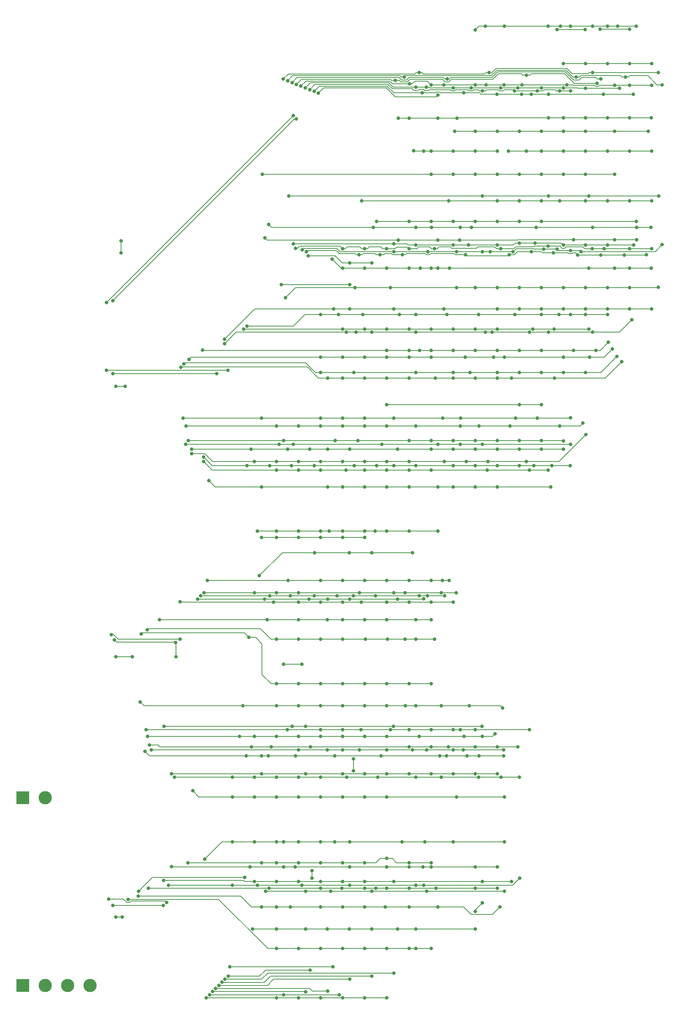
<source format=gbl>
G04 #@! TF.GenerationSoftware,KiCad,Pcbnew,7.0.9*
G04 #@! TF.CreationDate,2024-12-30T15:01:03+01:00*
G04 #@! TF.ProjectId,lightning-map,6c696768-746e-4696-9e67-2d6d61702e6b,rev?*
G04 #@! TF.SameCoordinates,Original*
G04 #@! TF.FileFunction,Copper,L4,Bot*
G04 #@! TF.FilePolarity,Positive*
%FSLAX46Y46*%
G04 Gerber Fmt 4.6, Leading zero omitted, Abs format (unit mm)*
G04 Created by KiCad (PCBNEW 7.0.9) date 2024-12-30 15:01:03*
%MOMM*%
%LPD*%
G01*
G04 APERTURE LIST*
G04 #@! TA.AperFunction,ComponentPad*
%ADD10R,3.000000X3.000000*%
G04 #@! TD*
G04 #@! TA.AperFunction,ComponentPad*
%ADD11C,3.000000*%
G04 #@! TD*
G04 #@! TA.AperFunction,ViaPad*
%ADD12C,0.800000*%
G04 #@! TD*
G04 #@! TA.AperFunction,Conductor*
%ADD13C,0.200000*%
G04 #@! TD*
G04 APERTURE END LIST*
D10*
X225000000Y-277500000D03*
D11*
X230080000Y-277500000D03*
X240240000Y-320000000D03*
X235160000Y-320000000D03*
X230080000Y-320000000D03*
D10*
X225000000Y-320000000D03*
D12*
X315700000Y-293200000D03*
X299900000Y-231793245D03*
X340800000Y-202300000D03*
X337500000Y-188500000D03*
X342500000Y-188500000D03*
X307500000Y-188500000D03*
X354000000Y-153200000D03*
X338000000Y-118200000D03*
X247300000Y-154100000D03*
X247300000Y-151400000D03*
X287008958Y-123830244D03*
X245400500Y-165000000D03*
X244000000Y-165400000D03*
X286326500Y-123100000D03*
X245400500Y-181500000D03*
X268906255Y-181500000D03*
X244000000Y-180700000D03*
X271500000Y-180699500D03*
X259700000Y-245537000D03*
X276200000Y-241199500D03*
X245773500Y-241809918D03*
X259644872Y-242344372D03*
X245070574Y-240600000D03*
X260600000Y-241600000D03*
X245400500Y-301900000D03*
X256800398Y-301899500D03*
X244500000Y-300400000D03*
X257600000Y-301200000D03*
X246100500Y-304500000D03*
X248200000Y-184399500D03*
X246100500Y-184399500D03*
X246100500Y-245537000D03*
X249800000Y-245537000D03*
X251800000Y-240400000D03*
X247499500Y-304499500D03*
X248900000Y-300500000D03*
X266539216Y-322796963D03*
X267296580Y-322097463D03*
X284100000Y-322100000D03*
X282500000Y-322800000D03*
X357500000Y-102800000D03*
X319075000Y-118399500D03*
X344000000Y-102800000D03*
X292000000Y-118000000D03*
X327500000Y-103700000D03*
X359800000Y-102800000D03*
X346800000Y-102800000D03*
X329800000Y-102800000D03*
X354100000Y-102800000D03*
X364000000Y-102800000D03*
X349100000Y-102800000D03*
X334100000Y-102800000D03*
X356600000Y-118200000D03*
X363300000Y-118200000D03*
X324900000Y-117900000D03*
X340200000Y-118200000D03*
X315512000Y-117900000D03*
X291000000Y-117600000D03*
X332400000Y-118200000D03*
X344100000Y-118200000D03*
X367500000Y-111300000D03*
X352500000Y-111300000D03*
X347500000Y-111300000D03*
X346700000Y-117500000D03*
X329100000Y-117500000D03*
X362500000Y-111300000D03*
X341600000Y-117500000D03*
X357500000Y-111300000D03*
X290000000Y-117200000D03*
X349100000Y-117500000D03*
X336400000Y-117500000D03*
X322500000Y-116799500D03*
X352500000Y-116899500D03*
X326600000Y-116800000D03*
X316400000Y-116600000D03*
X347500000Y-116800000D03*
X333300000Y-116800000D03*
X360200000Y-116899500D03*
X342500000Y-116800000D03*
X314100000Y-116600000D03*
X337200000Y-116800000D03*
X289000000Y-116800000D03*
X359100000Y-116200000D03*
X317500000Y-116100000D03*
X338100000Y-116100000D03*
X330000500Y-116100000D03*
X346100000Y-103600000D03*
X320400000Y-116100000D03*
X327500000Y-116100000D03*
X334075000Y-116100000D03*
X312638004Y-115882612D03*
X352400000Y-103600000D03*
X362500000Y-116200000D03*
X348300000Y-116100000D03*
X367500000Y-116200000D03*
X288000000Y-116400000D03*
X352500000Y-123600000D03*
X319100000Y-123700000D03*
X323400000Y-123700000D03*
X310100000Y-123700000D03*
X344100000Y-123600000D03*
X309400000Y-115141153D03*
X357500000Y-123600000D03*
X367400000Y-123600000D03*
X312500000Y-123700000D03*
X362500000Y-123600000D03*
X347500000Y-123600000D03*
X355100000Y-115800000D03*
X287000000Y-116000000D03*
X339100000Y-113899500D03*
X355800000Y-103500000D03*
X347500000Y-126600000D03*
X337500000Y-126600000D03*
X356000000Y-114741153D03*
X322900000Y-126600000D03*
X286000000Y-115600000D03*
X352500000Y-126600000D03*
X362500000Y-103500000D03*
X342500000Y-126600000D03*
X332500000Y-126600000D03*
X359100000Y-126600000D03*
X366700000Y-126600000D03*
X327500000Y-126600000D03*
X321200000Y-114741153D03*
X285000000Y-115200000D03*
X322500000Y-131100000D03*
X317500000Y-131100000D03*
X332500000Y-131100000D03*
X311400000Y-114341153D03*
X327500000Y-131100000D03*
X315800000Y-131100000D03*
X313538521Y-131014940D03*
X369900000Y-116100000D03*
X361566751Y-114340769D03*
X350400000Y-114341153D03*
X352500000Y-131100000D03*
X369000000Y-113342153D03*
X357500000Y-131100000D03*
X354075000Y-113342153D03*
X342500000Y-131100000D03*
X339100000Y-131100000D03*
X362500000Y-131100000D03*
X330700000Y-113342153D03*
X335100000Y-131100000D03*
X284000000Y-114800000D03*
X314800000Y-113342153D03*
X347500000Y-131100000D03*
X367500000Y-131100000D03*
X364100000Y-148400000D03*
X354100000Y-148400000D03*
X317600000Y-148400000D03*
X326700000Y-148400000D03*
X324100000Y-148400000D03*
X304400000Y-148400000D03*
X280700500Y-147700000D03*
X314100000Y-148400000D03*
X367300000Y-148400000D03*
X341300000Y-148400000D03*
X342500000Y-136400000D03*
X327500000Y-136400000D03*
X349800000Y-151200000D03*
X317500000Y-136400000D03*
X324000000Y-151300000D03*
X279850000Y-150750000D03*
X310100000Y-151300000D03*
X359100000Y-136400000D03*
X337500000Y-136400000D03*
X319100000Y-151300000D03*
X279300000Y-136400000D03*
X347500000Y-136400000D03*
X352500000Y-136400000D03*
X322500000Y-136400000D03*
X359100000Y-151200000D03*
X332500000Y-136400000D03*
X364100000Y-151200000D03*
X346700000Y-142400000D03*
X362500000Y-142400000D03*
X342500000Y-142400000D03*
X332500000Y-142400000D03*
X337500000Y-142400000D03*
X299100000Y-161300000D03*
X352500000Y-142400000D03*
X301800000Y-142400000D03*
X357500000Y-142400000D03*
X321500000Y-142400000D03*
X283600000Y-161300000D03*
X367500000Y-142400000D03*
X304100000Y-156400000D03*
X332500000Y-147000000D03*
X364037000Y-147000000D03*
X299100000Y-156400000D03*
X317500000Y-147000000D03*
X305200000Y-147000000D03*
X337500000Y-147000000D03*
X322500000Y-147000000D03*
X289700000Y-154800000D03*
X342500000Y-147000000D03*
X312500000Y-147000000D03*
X327500000Y-147000000D03*
X311000000Y-154600000D03*
X366300000Y-154599500D03*
X305900000Y-154599500D03*
X325300000Y-154600000D03*
X340204443Y-153899500D03*
X345200000Y-154100000D03*
X350700000Y-154606755D03*
X335232188Y-154599500D03*
X356000000Y-154606755D03*
X301200000Y-154599500D03*
X289253009Y-153906018D03*
X361300000Y-154606755D03*
X336100000Y-153900000D03*
X351500000Y-153900000D03*
X323300000Y-153900000D03*
X346100000Y-153300000D03*
X309100000Y-153900000D03*
X316800000Y-153900000D03*
X330900000Y-153900000D03*
X369900000Y-152300000D03*
X329109358Y-153900921D03*
X349100000Y-153600000D03*
X343000000Y-153299500D03*
X288340097Y-153499082D03*
X286806025Y-153107483D03*
X307500000Y-153200000D03*
X356700000Y-153200000D03*
X344075000Y-152599500D03*
X333300000Y-153200000D03*
X297500000Y-153200000D03*
X362500000Y-153200000D03*
X312500000Y-153200000D03*
X302500000Y-153200000D03*
X318300000Y-153200000D03*
X367500000Y-153200000D03*
X322500000Y-152400000D03*
X286300000Y-152100000D03*
X309075000Y-152100000D03*
X332500000Y-152400000D03*
X325999500Y-152400000D03*
X314100000Y-152400000D03*
X352500000Y-152400000D03*
X337500000Y-151900000D03*
X341100000Y-151900000D03*
X363400000Y-152400000D03*
X347500000Y-152400000D03*
X357500000Y-152400000D03*
X297500000Y-157600000D03*
X312500000Y-157600000D03*
X317500000Y-157600000D03*
X353300000Y-141300000D03*
X307500000Y-157600000D03*
X344100000Y-141300000D03*
X315100000Y-157600000D03*
X319100000Y-157600000D03*
X329100000Y-141300000D03*
X359100000Y-157600000D03*
X285300000Y-141300000D03*
X367400000Y-157600000D03*
X295100000Y-155600000D03*
X369100000Y-141300000D03*
X353300000Y-157600000D03*
X321700000Y-157600000D03*
X302500000Y-157600000D03*
X362500000Y-157600000D03*
X314100000Y-172100000D03*
X339800000Y-172100000D03*
X298300000Y-172100000D03*
X329800000Y-172100000D03*
X270700000Y-174700000D03*
X304100000Y-172100000D03*
X331300000Y-172100000D03*
X354100000Y-172100000D03*
X363000000Y-169300000D03*
X300500000Y-172100000D03*
X344100000Y-172100000D03*
X332500000Y-162000000D03*
X342500000Y-162000000D03*
X362500000Y-162000000D03*
X357500000Y-162000000D03*
X352500000Y-162000000D03*
X337500000Y-162000000D03*
X369000000Y-161900000D03*
X284500000Y-164300000D03*
X300300000Y-162000000D03*
X327500000Y-162000000D03*
X347500000Y-162000000D03*
X308300000Y-162000000D03*
X323300000Y-162000000D03*
X357500000Y-166800000D03*
X367500000Y-166800000D03*
X337500000Y-166800000D03*
X347500000Y-166800000D03*
X332500000Y-166800000D03*
X299100000Y-166800000D03*
X270705208Y-173700511D03*
X342500000Y-166800000D03*
X320400000Y-166800000D03*
X352500000Y-166800000D03*
X309100000Y-166800000D03*
X295400000Y-166800000D03*
X362500000Y-166800000D03*
X322500000Y-171400500D03*
X307500000Y-171400500D03*
X302500000Y-171400500D03*
X353300000Y-171400500D03*
X275000000Y-171400500D03*
X317500000Y-171400500D03*
X345400000Y-171400500D03*
X327500000Y-171400500D03*
X312500000Y-171400500D03*
X297500000Y-171400500D03*
X332500000Y-171400500D03*
X340600000Y-171400500D03*
X328300000Y-168100000D03*
X352500000Y-168100000D03*
X310300000Y-168100000D03*
X275767524Y-170701000D03*
X357500000Y-168100000D03*
X342500000Y-168100000D03*
X336500000Y-168100000D03*
X349100000Y-168100000D03*
X321100000Y-168100000D03*
X296500000Y-168100000D03*
X292500000Y-168100000D03*
X314100000Y-168100000D03*
X346500000Y-168100000D03*
X302000000Y-168100000D03*
X342500000Y-176200000D03*
X349800000Y-176200000D03*
X314900000Y-176200000D03*
X307500000Y-176200000D03*
X354900000Y-176200000D03*
X317500000Y-176200000D03*
X357700000Y-174400000D03*
X265730420Y-176130420D03*
X322500000Y-176200000D03*
X312500000Y-176200000D03*
X337500000Y-176200000D03*
X332500000Y-176200000D03*
X327500000Y-176200000D03*
X302500000Y-177800000D03*
X353400000Y-177800000D03*
X307500000Y-177800000D03*
X262655128Y-178255628D03*
X347500000Y-177800000D03*
X331700000Y-177800000D03*
X334100000Y-177800000D03*
X297500000Y-177800000D03*
X358600000Y-175900000D03*
X317500000Y-177800000D03*
X292500000Y-177800000D03*
X325200000Y-177800000D03*
X312500000Y-177800000D03*
X332500000Y-181200000D03*
X347500000Y-181200000D03*
X314100000Y-181200000D03*
X337500000Y-181200000D03*
X292500000Y-181200000D03*
X322500000Y-181200000D03*
X352500000Y-181200000D03*
X300000000Y-181200000D03*
X261500000Y-179300000D03*
X326300000Y-181200000D03*
X342500000Y-181200000D03*
X359600000Y-177600000D03*
X260793245Y-180006755D03*
X360700000Y-178800000D03*
X318500000Y-182500000D03*
X327500000Y-182500000D03*
X322500000Y-182500000D03*
X335700000Y-182500000D03*
X297500000Y-182500000D03*
X332500000Y-182500000D03*
X302500000Y-182500000D03*
X312500000Y-182500000D03*
X307500000Y-182500000D03*
X294100000Y-182500000D03*
X345500000Y-182500000D03*
X261901280Y-197514024D03*
X349100000Y-197514024D03*
X283100000Y-197514024D03*
X319100000Y-197514024D03*
X329100000Y-197514024D03*
X324100000Y-197514024D03*
X286300000Y-197514024D03*
X306400000Y-197514024D03*
X309100000Y-191522285D03*
X341600000Y-191522285D03*
X336700000Y-191522285D03*
X261300500Y-191522285D03*
X349100000Y-191500000D03*
X297500000Y-191522285D03*
X320200000Y-191522285D03*
X292500000Y-191522285D03*
X302500000Y-191522285D03*
X324200000Y-191522285D03*
X279100000Y-191522285D03*
X335400000Y-193300000D03*
X297500000Y-193300000D03*
X346700000Y-193300000D03*
X262000000Y-193300000D03*
X314100000Y-193300000D03*
X282500000Y-193300000D03*
X324100000Y-193300000D03*
X328400000Y-193300000D03*
X307500000Y-193300000D03*
X302500000Y-193300000D03*
X292500000Y-193300000D03*
X287500000Y-193300000D03*
X351900000Y-192700000D03*
X295800000Y-196672285D03*
X332500000Y-196672285D03*
X327500000Y-196672285D03*
X337500000Y-196672285D03*
X284100000Y-196672285D03*
X262472785Y-196672285D03*
X347500000Y-196700000D03*
X300900000Y-196672285D03*
X342500000Y-196672285D03*
X312500000Y-196672285D03*
X317500000Y-196672285D03*
X322500000Y-196672285D03*
X307500000Y-201400000D03*
X282500000Y-201400000D03*
X287500000Y-201400000D03*
X339100000Y-201400000D03*
X312500000Y-201400000D03*
X292500000Y-201400000D03*
X297500000Y-201400000D03*
X263299786Y-199599502D03*
X330400000Y-201400000D03*
X277500000Y-201400000D03*
X302500000Y-201400000D03*
X320500000Y-201400000D03*
X325500000Y-201400000D03*
X352600000Y-195300000D03*
X294100000Y-198600000D03*
X276700000Y-198600000D03*
X285000000Y-198600000D03*
X342500000Y-198600000D03*
X263300500Y-198600000D03*
X322500000Y-198600000D03*
X290000000Y-198600000D03*
X299100000Y-198600000D03*
X317500000Y-198600000D03*
X309900000Y-198600000D03*
X327500000Y-198600000D03*
X347500000Y-198600000D03*
X332500000Y-198600000D03*
X337500000Y-198600000D03*
X339800000Y-203300000D03*
X292500000Y-203300000D03*
X317500000Y-203300000D03*
X287500000Y-203300000D03*
X344000000Y-203300000D03*
X312500000Y-203300000D03*
X282500000Y-203300000D03*
X302500000Y-203300000D03*
X298200000Y-203300000D03*
X266000000Y-201399503D03*
X307500000Y-203300000D03*
X330200000Y-203300000D03*
X327500000Y-202300000D03*
X285900000Y-202300000D03*
X266000000Y-200400000D03*
X291000000Y-202300000D03*
X314100000Y-202300000D03*
X322500000Y-202300000D03*
X349000000Y-202300000D03*
X332500000Y-202300000D03*
X300100000Y-202300000D03*
X309100000Y-202300000D03*
X281000000Y-202300000D03*
X275800000Y-202300000D03*
X344900000Y-202300000D03*
X337500000Y-202300000D03*
X305200000Y-202300000D03*
X322500000Y-207100000D03*
X297500000Y-207100000D03*
X279100000Y-207100000D03*
X344600000Y-207100000D03*
X327500000Y-207100000D03*
X307500000Y-207100000D03*
X267200000Y-205700000D03*
X302500000Y-207100000D03*
X319100000Y-207100000D03*
X312500000Y-207100000D03*
X294100000Y-207100000D03*
X332500000Y-207100000D03*
X279800000Y-232500000D03*
X264600000Y-232500000D03*
X294075000Y-232500000D03*
X299100000Y-232500000D03*
X292500000Y-218600000D03*
X279075000Y-218600000D03*
X297500000Y-218600000D03*
X287500000Y-218600000D03*
X289812500Y-232500000D03*
X309900000Y-232500000D03*
X302500000Y-218600000D03*
X315800000Y-232492745D03*
X282500000Y-218600000D03*
X282500000Y-217100000D03*
X287500000Y-217100000D03*
X307500000Y-217100000D03*
X297500000Y-217100000D03*
X292500000Y-217100000D03*
X319100000Y-217100000D03*
X278200000Y-217100000D03*
X312500000Y-217100000D03*
X284100000Y-247300000D03*
X302500000Y-217100000D03*
X304800000Y-217100000D03*
X288200000Y-247300000D03*
X294400000Y-217100000D03*
X304900000Y-231792745D03*
X314800000Y-231793245D03*
X291000000Y-231793245D03*
X316700000Y-231793245D03*
X320600000Y-231792745D03*
X281000000Y-231793245D03*
X265306755Y-231793245D03*
X285594622Y-231794622D03*
X296200000Y-231793245D03*
X301300000Y-231093245D03*
X323193245Y-231093245D03*
X287500000Y-231093245D03*
X319800000Y-231093245D03*
X277500000Y-231093245D03*
X311600000Y-231093245D03*
X282500000Y-231093245D03*
X309100000Y-231093245D03*
X266036956Y-231093745D03*
X302500000Y-228300000D03*
X320100000Y-228300000D03*
X292500000Y-228300000D03*
X317500000Y-228300000D03*
X312500000Y-228300000D03*
X266800000Y-228300000D03*
X307500000Y-228300000D03*
X285100000Y-228300000D03*
X321600000Y-228300000D03*
X297500000Y-228300000D03*
X307500000Y-233200000D03*
X312500000Y-233200000D03*
X317500000Y-233200000D03*
X287500000Y-233200000D03*
X322500000Y-233200000D03*
X281800000Y-233200000D03*
X301700000Y-233200000D03*
X297500000Y-233200000D03*
X292500000Y-233200000D03*
X260656849Y-233156849D03*
X297500000Y-237224006D03*
X302500000Y-237224006D03*
X307500000Y-237224006D03*
X256024006Y-237224006D03*
X314100000Y-237224006D03*
X317500000Y-237224006D03*
X287500000Y-237224006D03*
X280400000Y-237224006D03*
X294000000Y-237224006D03*
X292500000Y-241600000D03*
X302600000Y-241600000D03*
X297500000Y-241600000D03*
X287500000Y-241600000D03*
X307600000Y-241600000D03*
X318300000Y-241600000D03*
X314100000Y-241600000D03*
X282500000Y-241600000D03*
X311600000Y-241600000D03*
X253191163Y-239491163D03*
X313300000Y-222000000D03*
X291100000Y-222000000D03*
X299000000Y-222000000D03*
X292500000Y-251700000D03*
X287500000Y-251700000D03*
X302500000Y-251700000D03*
X307500000Y-251700000D03*
X317500000Y-251700000D03*
X282500000Y-251700000D03*
X297500000Y-251700000D03*
X278600000Y-227200000D03*
X304037000Y-222000000D03*
X312500000Y-251700000D03*
X286800000Y-268000000D03*
X279100000Y-268000000D03*
X280600000Y-268000000D03*
X325700000Y-268000000D03*
X328400000Y-268000000D03*
X252700000Y-267000000D03*
X321000000Y-268000000D03*
X319500000Y-268000000D03*
X275600000Y-268000000D03*
X306200000Y-268000000D03*
X295700000Y-268000000D03*
X334000000Y-268000000D03*
X292500000Y-256700000D03*
X314100000Y-256700000D03*
X319800000Y-256700000D03*
X326200000Y-256700000D03*
X282500000Y-256700000D03*
X274900000Y-256700000D03*
X302500000Y-256700000D03*
X307500000Y-256700000D03*
X297500000Y-256700000D03*
X299900500Y-268700000D03*
X299900000Y-271400500D03*
X311700000Y-256700000D03*
X287500000Y-256700000D03*
X333700000Y-257200000D03*
X251600000Y-255800000D03*
X322500000Y-262100000D03*
X284900000Y-262100000D03*
X324100000Y-262100000D03*
X252900500Y-262100000D03*
X297500000Y-262100000D03*
X317500000Y-262100000D03*
X308300000Y-262100000D03*
X327500000Y-262100000D03*
X339800000Y-262100000D03*
X312500000Y-262100000D03*
X292500000Y-262100000D03*
X301600000Y-262100000D03*
X274100000Y-263600000D03*
X297500000Y-263600000D03*
X287500000Y-263600000D03*
X282500000Y-263600000D03*
X277500000Y-263600000D03*
X302500000Y-263600000D03*
X253300500Y-263600000D03*
X325000000Y-263600000D03*
X292500000Y-263600000D03*
X307500000Y-263600000D03*
X314800000Y-263600000D03*
X329100000Y-263600000D03*
X332000000Y-263000000D03*
X290200000Y-266000000D03*
X332500000Y-266000000D03*
X327500000Y-266000000D03*
X321400000Y-266000000D03*
X281300000Y-266000000D03*
X337200000Y-266000000D03*
X312500000Y-266000000D03*
X253700500Y-265549853D03*
X276800000Y-266000000D03*
X317500000Y-266000000D03*
X297500000Y-266700000D03*
X324800000Y-266700000D03*
X287500000Y-266700000D03*
X313300000Y-266700000D03*
X307500000Y-266700000D03*
X301300000Y-266700000D03*
X294000000Y-266700000D03*
X316500000Y-266699500D03*
X254100500Y-266700000D03*
X322538000Y-266700000D03*
X334000000Y-266700000D03*
X259406755Y-272806755D03*
X333400000Y-272806755D03*
X292500000Y-272806755D03*
X272500000Y-272806755D03*
X305400000Y-272806755D03*
X287500000Y-272806755D03*
X328300000Y-272806755D03*
X314100000Y-272806755D03*
X319800000Y-272806755D03*
X282500000Y-272806755D03*
X277500000Y-272806755D03*
X337500000Y-272800000D03*
X298400000Y-272806755D03*
X297500000Y-272100000D03*
X327500000Y-272100000D03*
X289100000Y-272100000D03*
X332500000Y-272100000D03*
X317500000Y-272100000D03*
X302500000Y-272100000D03*
X322500000Y-272100000D03*
X307500000Y-272100000D03*
X258700000Y-272100000D03*
X279100000Y-272100000D03*
X312500000Y-272100000D03*
X297500000Y-277300000D03*
X282500000Y-277300000D03*
X334100000Y-277300000D03*
X272500000Y-277300000D03*
X292500000Y-277300000D03*
X323300000Y-277300000D03*
X309000000Y-261300000D03*
X286000000Y-261300000D03*
X287500000Y-277300000D03*
X329037000Y-261300000D03*
X257000000Y-261300000D03*
X263500000Y-275900000D03*
X307500000Y-277300000D03*
X302500000Y-277300000D03*
X277500000Y-277300000D03*
X289100000Y-261300000D03*
X278200000Y-297300000D03*
X299100000Y-297300000D03*
X288200000Y-297300000D03*
X314100000Y-297300000D03*
X337600000Y-295700000D03*
X272500000Y-297300000D03*
X315800000Y-297300000D03*
X258000000Y-297300000D03*
X287500000Y-287500000D03*
X272500000Y-287500000D03*
X322500000Y-287500000D03*
X277500000Y-287500000D03*
X334100000Y-287500000D03*
X284100000Y-287500000D03*
X295700000Y-287500000D03*
X310900000Y-287500000D03*
X292500000Y-287500000D03*
X282500000Y-287500000D03*
X299100000Y-287500000D03*
X316100000Y-287500000D03*
X266200000Y-291400000D03*
X262400000Y-292200000D03*
X292500000Y-292200000D03*
X287500000Y-292200000D03*
X282500000Y-292200000D03*
X317500000Y-292200000D03*
X312500000Y-292200000D03*
X297500000Y-292200000D03*
X302500000Y-292200000D03*
X307500000Y-291200000D03*
X279100000Y-292200000D03*
X309100000Y-296500000D03*
X277500000Y-296500000D03*
X256917535Y-296200500D03*
X297500000Y-296500000D03*
X335700000Y-296500000D03*
X282500000Y-296500000D03*
X292500000Y-296500000D03*
X287500000Y-296500000D03*
X302500000Y-296500000D03*
X329100000Y-296500000D03*
X284100000Y-293200000D03*
X317500000Y-293200000D03*
X312500000Y-293200000D03*
X332500000Y-293200000D03*
X307500000Y-293200000D03*
X286700000Y-293200000D03*
X327500000Y-293200000D03*
X258700000Y-293100000D03*
X299100000Y-293200000D03*
X276500000Y-293200000D03*
X280800000Y-298000000D03*
X253406849Y-298006849D03*
X318600000Y-298000000D03*
X297300000Y-298000000D03*
X305000000Y-298000000D03*
X332500000Y-298000000D03*
X302500000Y-298000000D03*
X307500000Y-298000000D03*
X312500000Y-298000000D03*
X292500000Y-298000000D03*
X327500000Y-298000000D03*
X292500000Y-302200000D03*
X251124006Y-299724006D03*
X285600000Y-302200000D03*
X282500000Y-302200000D03*
X307100000Y-302200000D03*
X297500000Y-302200000D03*
X279100000Y-302200000D03*
X312500000Y-302200000D03*
X302500000Y-302200000D03*
X319100000Y-302200000D03*
X333100000Y-302200000D03*
X327500000Y-303200000D03*
X289100000Y-307200000D03*
X277100000Y-307200000D03*
X294000000Y-307200000D03*
X314100000Y-307200000D03*
X290500000Y-295700000D03*
X282500000Y-307200000D03*
X251200000Y-298700000D03*
X290500000Y-294000000D03*
X275300000Y-295500000D03*
X327500000Y-307200000D03*
X329100000Y-301300000D03*
X304100000Y-307200000D03*
X299000000Y-307200000D03*
X309900000Y-307200000D03*
X316500000Y-298699500D03*
X289100000Y-298699500D03*
X297500000Y-311594622D03*
X307500000Y-311594622D03*
X280000000Y-298699500D03*
X317500000Y-311600000D03*
X294800000Y-298699500D03*
X312500000Y-311594622D03*
X287500000Y-311594622D03*
X282500000Y-311594622D03*
X314100000Y-311594622D03*
X304100000Y-298699500D03*
X334100000Y-298700000D03*
X292500000Y-311594622D03*
X302500000Y-311594622D03*
X292500000Y-322800000D03*
X297500000Y-322800000D03*
X307500000Y-322800000D03*
X287500000Y-322800000D03*
X302500000Y-322800000D03*
X296732162Y-322100500D03*
X268006558Y-321393946D03*
X289100000Y-321400000D03*
X268712952Y-320686831D03*
X294100000Y-321300000D03*
X269419974Y-319980343D03*
X299100000Y-318600000D03*
X304100000Y-317900000D03*
X270126536Y-319273395D03*
X270833357Y-318566705D03*
X309100000Y-317200000D03*
X271594884Y-317900500D03*
X290100000Y-316500500D03*
X295300000Y-315800000D03*
X271900000Y-315800000D03*
D13*
X315700000Y-293200000D02*
X312500000Y-293200000D01*
X317500000Y-293200000D02*
X315700000Y-293200000D01*
X299900000Y-231793245D02*
X304899500Y-231793245D01*
X296200000Y-231793245D02*
X299900000Y-231793245D01*
X340800000Y-202300000D02*
X344900000Y-202300000D01*
X337500000Y-202300000D02*
X340800000Y-202300000D01*
X337500000Y-188500000D02*
X342500000Y-188500000D01*
X307500000Y-188500000D02*
X337500000Y-188500000D01*
X354000000Y-153200000D02*
X356700000Y-153200000D01*
X352310050Y-153200000D02*
X354000000Y-153200000D01*
X351910050Y-152800000D02*
X352310050Y-153200000D01*
X348089950Y-152800000D02*
X351910050Y-152800000D01*
X347210050Y-153100000D02*
X347789950Y-153100000D01*
X346710050Y-152600000D02*
X347210050Y-153100000D01*
X344075000Y-152599500D02*
X344075500Y-152600000D01*
X344075500Y-152600000D02*
X346710050Y-152600000D01*
X347789950Y-153100000D02*
X348089950Y-152800000D01*
X338000000Y-118200000D02*
X334800000Y-118200000D01*
X340200000Y-118200000D02*
X338000000Y-118200000D01*
X245070574Y-240600000D02*
X245553532Y-240600000D01*
X245553532Y-240600000D02*
X246553532Y-241600000D01*
X246553532Y-241600000D02*
X260600000Y-241600000D01*
X246263582Y-242300000D02*
X245773500Y-241809918D01*
X259600500Y-242300000D02*
X246263582Y-242300000D01*
X259644872Y-242344372D02*
X259600500Y-242300000D01*
X259700000Y-242399500D02*
X259644872Y-242344372D01*
X259700000Y-245537000D02*
X259700000Y-242399500D01*
X248610050Y-301200000D02*
X247810050Y-300400000D01*
X249189950Y-301200000D02*
X248610050Y-301200000D01*
X249562950Y-300827000D02*
X249189950Y-301200000D01*
X247810050Y-300400000D02*
X244500000Y-300400000D01*
X257600000Y-301200000D02*
X257227000Y-300827000D01*
X257227000Y-300827000D02*
X249562950Y-300827000D01*
X247300000Y-151400000D02*
X247300000Y-154100000D01*
X286300000Y-123100000D02*
X286326500Y-123100000D01*
X244000000Y-165400000D02*
X286300000Y-123100000D01*
X286570256Y-123830244D02*
X245400500Y-165000000D01*
X287008958Y-123830244D02*
X286570256Y-123830244D01*
X268906255Y-181500000D02*
X245400500Y-181500000D01*
X271500000Y-180699500D02*
X271492745Y-180706755D01*
X271492745Y-180706755D02*
X244006755Y-180706755D01*
X244006755Y-180706755D02*
X244000000Y-180700000D01*
X289500000Y-180000000D02*
X292000000Y-182500000D01*
X260800000Y-180000000D02*
X289500000Y-180000000D01*
X260793245Y-180006755D02*
X260800000Y-180000000D01*
X292000000Y-182500000D02*
X294100000Y-182500000D01*
X289100000Y-179000000D02*
X291300000Y-181200000D01*
X261500000Y-179300000D02*
X261800000Y-179000000D01*
X261800000Y-179000000D02*
X289100000Y-179000000D01*
X291300000Y-181200000D02*
X292500000Y-181200000D01*
X275200500Y-240200000D02*
X276200000Y-241199500D01*
X251800000Y-240400000D02*
X252000000Y-240200000D01*
X252000000Y-240200000D02*
X275200500Y-240200000D01*
X278800000Y-239200000D02*
X281200000Y-241600000D01*
X253482326Y-239200000D02*
X278800000Y-239200000D01*
X253191163Y-239491163D02*
X253482326Y-239200000D01*
X281200000Y-241600000D02*
X282500000Y-241600000D01*
X279200000Y-242700000D02*
X277699500Y-241199500D01*
X279200000Y-249600000D02*
X279200000Y-242700000D01*
X281300000Y-251700000D02*
X279200000Y-249600000D01*
X282500000Y-251700000D02*
X281300000Y-251700000D01*
X277699500Y-241199500D02*
X276200000Y-241199500D01*
X291100000Y-222000000D02*
X299000000Y-222000000D01*
X283800000Y-222000000D02*
X278600000Y-227200000D01*
X291100000Y-222000000D02*
X283800000Y-222000000D01*
X245401000Y-301899500D02*
X245400500Y-301900000D01*
X256800398Y-301899500D02*
X245401000Y-301899500D01*
X280494622Y-311594622D02*
X282500000Y-311594622D01*
X269400000Y-300500000D02*
X280494622Y-311594622D01*
X248900000Y-300500000D02*
X269400000Y-300500000D01*
X295299500Y-315800500D02*
X295300000Y-315800000D01*
X271900500Y-315800500D02*
X295299500Y-315800500D01*
X271900000Y-315800000D02*
X271900500Y-315800500D01*
X246100500Y-184399500D02*
X248200000Y-184399500D01*
X246100500Y-245537000D02*
X249800000Y-245537000D01*
X246101000Y-304499500D02*
X246100500Y-304500000D01*
X247499500Y-304499500D02*
X246101000Y-304499500D01*
X266539216Y-322796963D02*
X282496963Y-322796963D01*
X282496963Y-322796963D02*
X282500000Y-322800000D01*
X267299117Y-322100000D02*
X284100000Y-322100000D01*
X267296580Y-322097463D02*
X267299117Y-322100000D01*
X329100000Y-141300000D02*
X285300000Y-141300000D01*
X307413223Y-116841653D02*
X293158347Y-116841653D01*
X319075000Y-118399500D02*
X318674500Y-118800000D01*
X309371570Y-118800000D02*
X307413223Y-116841653D01*
X328400000Y-102800000D02*
X329800000Y-102800000D01*
X354100000Y-102800000D02*
X357500000Y-102800000D01*
X346800000Y-102800000D02*
X349100000Y-102800000D01*
X334100000Y-102800000D02*
X344000000Y-102800000D01*
X349100000Y-102800000D02*
X354100000Y-102800000D01*
X359800000Y-102800000D02*
X364000000Y-102800000D01*
X357500000Y-102800000D02*
X359800000Y-102800000D01*
X344000000Y-102800000D02*
X346800000Y-102800000D01*
X318674500Y-118800000D02*
X309371570Y-118800000D01*
X327500000Y-103700000D02*
X328400000Y-102800000D01*
X319075000Y-118399500D02*
X319075500Y-118400000D01*
X329800000Y-102800000D02*
X334100000Y-102800000D01*
X293158347Y-116841653D02*
X292000000Y-118000000D01*
X319364950Y-117699500D02*
X318785050Y-117699500D01*
X318584550Y-117900000D02*
X309037256Y-117900000D01*
X344100000Y-118200000D02*
X340200000Y-118200000D01*
X318785050Y-117699500D02*
X318584550Y-117900000D01*
X334800000Y-118200000D02*
X332400000Y-118200000D01*
X324900000Y-117900000D02*
X319565450Y-117900000D01*
X332400000Y-118200000D02*
X328810050Y-118200000D01*
X356600000Y-118200000D02*
X344100000Y-118200000D01*
X309037256Y-117900000D02*
X307578909Y-116441653D01*
X307578909Y-116441653D02*
X292158347Y-116441653D01*
X292158347Y-116441653D02*
X291000000Y-117600000D01*
X328510050Y-117900000D02*
X324900000Y-117900000D01*
X363300000Y-118200000D02*
X356600000Y-118200000D01*
X328810050Y-118200000D02*
X328510050Y-117900000D01*
X319565450Y-117900000D02*
X319364950Y-117699500D01*
X345600000Y-117200000D02*
X345900000Y-117500000D01*
X345900000Y-117500000D02*
X346700000Y-117500000D01*
X367500000Y-111300000D02*
X362500000Y-111300000D01*
X323089450Y-117200000D02*
X322789950Y-117499500D01*
X327189950Y-117200000D02*
X326889950Y-117500000D01*
X322210050Y-117499500D02*
X321910550Y-117200000D01*
X313600000Y-117400000D02*
X313200000Y-117000000D01*
X330100000Y-117200000D02*
X332710050Y-117200000D01*
X333794975Y-117500000D02*
X334094975Y-117200000D01*
X291158348Y-116041653D02*
X290000000Y-117200000D01*
X316100000Y-117400000D02*
X315800000Y-117100000D01*
X346700000Y-117500000D02*
X349100000Y-117500000D01*
X349300000Y-117300000D02*
X349100000Y-117500000D01*
X321910550Y-117200000D02*
X317044365Y-117200000D01*
X326310050Y-117500000D02*
X326010050Y-117200000D01*
X334094975Y-117200000D02*
X336100000Y-117200000D01*
X329100000Y-117500000D02*
X329800000Y-117500000D01*
X315800000Y-117100000D02*
X314800000Y-117100000D01*
X341600000Y-117500000D02*
X342789950Y-117500000D01*
X362500000Y-111300000D02*
X357500000Y-111300000D01*
X329100000Y-117500000D02*
X328400000Y-117500000D01*
X357500000Y-111300000D02*
X352500000Y-111300000D01*
X352500000Y-111300000D02*
X347500000Y-111300000D01*
X328100000Y-117200000D02*
X327189950Y-117200000D01*
X328400000Y-117500000D02*
X328100000Y-117200000D01*
X316844365Y-117400000D02*
X316100000Y-117400000D01*
X326889950Y-117500000D02*
X326310050Y-117500000D01*
X336400000Y-117500000D02*
X341600000Y-117500000D01*
X343089950Y-117200000D02*
X345600000Y-117200000D01*
X333010050Y-117500000D02*
X333794975Y-117500000D01*
X342789950Y-117500000D02*
X343089950Y-117200000D01*
X308702942Y-117000000D02*
X307744595Y-116041653D01*
X314500000Y-117400000D02*
X313600000Y-117400000D01*
X307744595Y-116041653D02*
X291158348Y-116041653D01*
X322789950Y-117499500D02*
X322210050Y-117499500D01*
X314800000Y-117100000D02*
X314500000Y-117400000D01*
X329800000Y-117500000D02*
X330100000Y-117200000D01*
X313200000Y-117000000D02*
X308702942Y-117000000D01*
X326010050Y-117200000D02*
X323089450Y-117200000D01*
X332710050Y-117200000D02*
X333010050Y-117500000D01*
X336100000Y-117200000D02*
X336400000Y-117500000D01*
X317044365Y-117200000D02*
X316844365Y-117400000D01*
X307910281Y-115641653D02*
X290158347Y-115641653D01*
X352499500Y-116900000D02*
X352500000Y-116899500D01*
X350800000Y-116900000D02*
X352499500Y-116900000D01*
X308868628Y-116600000D02*
X307910281Y-115641653D01*
X360200000Y-116899500D02*
X352500000Y-116899500D01*
X290158347Y-115641653D02*
X289000000Y-116800000D01*
X326600000Y-116800000D02*
X333300000Y-116800000D01*
X314100000Y-116600000D02*
X316400000Y-116600000D01*
X317210050Y-116800000D02*
X317010050Y-116600000D01*
X322500000Y-116799500D02*
X322499500Y-116800000D01*
X322500500Y-116800000D02*
X326600000Y-116800000D01*
X337200000Y-116800000D02*
X342500000Y-116800000D01*
X322500000Y-116799500D02*
X322500500Y-116800000D01*
X342500000Y-116800000D02*
X347500000Y-116800000D01*
X347500000Y-116800000D02*
X350700000Y-116800000D01*
X322499500Y-116800000D02*
X317210050Y-116800000D01*
X333300000Y-116800000D02*
X337200000Y-116800000D01*
X350700000Y-116800000D02*
X350800000Y-116900000D01*
X317010050Y-116600000D02*
X316400000Y-116600000D01*
X314100000Y-116600000D02*
X308868628Y-116600000D01*
X316641653Y-115241653D02*
X317500000Y-116100000D01*
X362500000Y-116200000D02*
X367500000Y-116200000D01*
X327500000Y-116100000D02*
X320400000Y-116100000D01*
X334075000Y-116100000D02*
X330000500Y-116100000D01*
X349802943Y-116200000D02*
X354510050Y-116200000D01*
X348300000Y-116100000D02*
X349702942Y-116100000D01*
X312620616Y-115900000D02*
X308734314Y-115900000D01*
X348300000Y-116100000D02*
X338100000Y-116100000D01*
X313858347Y-115241653D02*
X316641653Y-115241653D01*
X352400000Y-103600000D02*
X346100000Y-103600000D01*
X349702942Y-116100000D02*
X349802943Y-116200000D01*
X313217388Y-115882612D02*
X313858347Y-115241653D01*
X338100000Y-116100000D02*
X334075000Y-116100000D01*
X362500000Y-116200000D02*
X359100000Y-116200000D01*
X308734314Y-115900000D02*
X308075967Y-115241653D01*
X330000500Y-116100000D02*
X327500000Y-116100000D01*
X354510050Y-116200000D02*
X354810050Y-116500000D01*
X354810050Y-116500000D02*
X355389950Y-116500000D01*
X355689950Y-116200000D02*
X359100000Y-116200000D01*
X289158347Y-115241653D02*
X288000000Y-116400000D01*
X355389950Y-116500000D02*
X355689950Y-116200000D01*
X308075967Y-115241653D02*
X289158347Y-115241653D01*
X312638004Y-115882612D02*
X313217388Y-115882612D01*
X320400000Y-116100000D02*
X317500000Y-116100000D01*
X309400000Y-115141153D02*
X308541153Y-115141153D01*
X308241653Y-114841653D02*
X288158347Y-114841653D01*
X347768628Y-113600000D02*
X340200000Y-113600000D01*
X323400000Y-123700000D02*
X323500000Y-123600000D01*
X331539710Y-114841653D02*
X322124032Y-114841653D01*
X338000000Y-113600000D02*
X332781363Y-113600000D01*
X349968628Y-115800000D02*
X347768628Y-113600000D01*
X308541153Y-115141153D02*
X308241653Y-114841653D01*
X321524532Y-115441153D02*
X320675467Y-115441153D01*
X344100000Y-123600000D02*
X347500000Y-123600000D01*
X310368628Y-115100000D02*
X309441153Y-115100000D01*
X312090219Y-115441153D02*
X310709782Y-115441153D01*
X338299500Y-113899500D02*
X338000000Y-113600000D01*
X320075967Y-114841653D02*
X312689719Y-114841653D01*
X362500000Y-123600000D02*
X367400000Y-123600000D01*
X310709782Y-115441153D02*
X310368628Y-115100000D01*
X339100000Y-113899500D02*
X338299500Y-113899500D01*
X347500000Y-123600000D02*
X352500000Y-123600000D01*
X309441153Y-115100000D02*
X309400000Y-115141153D01*
X322124032Y-114841653D02*
X321524532Y-115441153D01*
X312500000Y-123700000D02*
X319100000Y-123700000D01*
X339900500Y-113899500D02*
X339100000Y-113899500D01*
X312500000Y-123700000D02*
X310100000Y-123700000D01*
X312689719Y-114841653D02*
X312090219Y-115441153D01*
X320675467Y-115441153D02*
X320075967Y-114841653D01*
X332781363Y-113600000D02*
X331539710Y-114841653D01*
X340200000Y-113600000D02*
X339900500Y-113899500D01*
X352500000Y-123600000D02*
X357500000Y-123600000D01*
X355100000Y-115800000D02*
X349968628Y-115800000D01*
X357500000Y-123600000D02*
X362500000Y-123600000D01*
X288158347Y-114841653D02*
X287000000Y-116000000D01*
X323500000Y-123600000D02*
X344100000Y-123600000D01*
X319100000Y-123700000D02*
X323400000Y-123700000D01*
X320541153Y-114741153D02*
X321200000Y-114741153D01*
X355141153Y-114741153D02*
X354841653Y-114441653D01*
X351624033Y-114441653D02*
X351024533Y-115041153D01*
X286000000Y-115600000D02*
X287158347Y-114441653D01*
X347934314Y-113200000D02*
X332615678Y-113200000D01*
X310275967Y-114441653D02*
X310875467Y-115041153D01*
X354841653Y-114441653D02*
X351624033Y-114441653D01*
X327500000Y-126600000D02*
X332500000Y-126600000D01*
X310875467Y-115041153D02*
X311924533Y-115041153D01*
X337500000Y-126600000D02*
X342500000Y-126600000D01*
X349775467Y-115041153D02*
X347934314Y-113200000D01*
X322900000Y-126600000D02*
X327500000Y-126600000D01*
X351024533Y-115041153D02*
X349775467Y-115041153D01*
X331374024Y-114441653D02*
X321958347Y-114441653D01*
X342500000Y-126600000D02*
X347500000Y-126600000D01*
X352500000Y-126600000D02*
X359100000Y-126600000D01*
X287158347Y-114441653D02*
X310275967Y-114441653D01*
X321958347Y-114441653D02*
X321658847Y-114741153D01*
X347500000Y-126600000D02*
X352500000Y-126600000D01*
X312524033Y-114441653D02*
X320241653Y-114441653D01*
X311924533Y-115041153D02*
X312524033Y-114441653D01*
X359100000Y-126600000D02*
X366700000Y-126600000D01*
X321658847Y-114741153D02*
X321200000Y-114741153D01*
X356000000Y-114741153D02*
X355141153Y-114741153D01*
X320241653Y-114441653D02*
X320541153Y-114741153D01*
X332615678Y-113200000D02*
X331374024Y-114441653D01*
X332500000Y-126600000D02*
X337500000Y-126600000D01*
X362500000Y-103500000D02*
X355800000Y-103500000D01*
X349641153Y-114341153D02*
X348100000Y-112800000D01*
X317500000Y-131100000D02*
X322500000Y-131100000D01*
X351458347Y-114041653D02*
X351158847Y-114341153D01*
X310741153Y-114341153D02*
X310441653Y-114041653D01*
X327500000Y-131100000D02*
X332500000Y-131100000D01*
X331208339Y-114041653D02*
X311699500Y-114041653D01*
X310441653Y-114041653D02*
X286158347Y-114041653D01*
X362259231Y-114340769D02*
X361566751Y-114340769D01*
X351158847Y-114341153D02*
X350400000Y-114341153D01*
X350400000Y-114341153D02*
X349641153Y-114341153D01*
X361566751Y-114340769D02*
X360740769Y-114340769D01*
X313538521Y-131014940D02*
X313623581Y-131100000D01*
X311699500Y-114041653D02*
X311400000Y-114341153D01*
X348100000Y-112800000D02*
X332449992Y-112800000D01*
X360740769Y-114340769D02*
X360441653Y-114041653D01*
X360441653Y-114041653D02*
X351458347Y-114041653D01*
X311400000Y-114341153D02*
X310741153Y-114341153D01*
X286158347Y-114041653D02*
X285000000Y-115200000D01*
X366641653Y-114041653D02*
X362558347Y-114041653D01*
X369900000Y-116100000D02*
X368700000Y-116100000D01*
X362558347Y-114041653D02*
X362259231Y-114340769D01*
X313623581Y-131100000D02*
X315800000Y-131100000D01*
X322500000Y-131100000D02*
X327500000Y-131100000D01*
X332449992Y-112800000D02*
X331208339Y-114041653D01*
X368700000Y-116100000D02*
X366641653Y-114041653D01*
X315800000Y-131100000D02*
X317500000Y-131100000D01*
X357500000Y-131100000D02*
X362500000Y-131100000D01*
X335100000Y-131100000D02*
X339100000Y-131100000D01*
X352500000Y-131100000D02*
X357500000Y-131100000D01*
X315741653Y-113641653D02*
X329658347Y-113641653D01*
X353357847Y-113342153D02*
X353100000Y-113600000D01*
X349465686Y-113600000D02*
X348265685Y-112400000D01*
X369000000Y-113342153D02*
X354075000Y-113342153D01*
X314800000Y-113342153D02*
X314157847Y-113342153D01*
X348265685Y-112400000D02*
X332284306Y-112400000D01*
X347500000Y-131100000D02*
X352500000Y-131100000D01*
X313858347Y-113641653D02*
X285158347Y-113641653D01*
X314800000Y-113342153D02*
X315442153Y-113342153D01*
X329658347Y-113641653D02*
X329957847Y-113342153D01*
X339100000Y-131100000D02*
X342500000Y-131100000D01*
X353100000Y-113600000D02*
X349465686Y-113600000D01*
X331342153Y-113342153D02*
X330700000Y-113342153D01*
X314157847Y-113342153D02*
X313858347Y-113641653D01*
X342500000Y-131100000D02*
X347500000Y-131100000D01*
X329957847Y-113342153D02*
X330700000Y-113342153D01*
X362500000Y-131100000D02*
X367500000Y-131100000D01*
X354075000Y-113342153D02*
X353357847Y-113342153D01*
X315442153Y-113342153D02*
X315741653Y-113641653D01*
X285158347Y-113641653D02*
X284000000Y-114800000D01*
X332284306Y-112400000D02*
X331342153Y-113342153D01*
X304400000Y-148400000D02*
X314100000Y-148400000D01*
X364100000Y-148400000D02*
X367300000Y-148400000D01*
X281400500Y-148400000D02*
X304400000Y-148400000D01*
X317600000Y-148400000D02*
X324100000Y-148400000D01*
X314100000Y-148400000D02*
X317600000Y-148400000D01*
X324100000Y-148400000D02*
X326700000Y-148400000D01*
X354100000Y-148400000D02*
X364100000Y-148400000D01*
X280700500Y-147700000D02*
X281400500Y-148400000D01*
X341300000Y-148400000D02*
X354100000Y-148400000D01*
X326700000Y-148400000D02*
X341300000Y-148400000D01*
X317500000Y-136400000D02*
X322500000Y-136400000D01*
X310100000Y-151300000D02*
X319100000Y-151300000D01*
X359100000Y-136400000D02*
X352500000Y-136400000D01*
X349800000Y-151200000D02*
X337210050Y-151200000D01*
X349800000Y-151200000D02*
X359100000Y-151200000D01*
X279850000Y-150750000D02*
X280400000Y-151300000D01*
X337110050Y-151300000D02*
X324000000Y-151300000D01*
X327500000Y-136400000D02*
X332500000Y-136400000D01*
X359100000Y-151200000D02*
X364100000Y-151200000D01*
X332500000Y-136400000D02*
X337500000Y-136400000D01*
X352500000Y-136400000D02*
X347500000Y-136400000D01*
X342500000Y-136400000D02*
X347500000Y-136400000D01*
X322500000Y-136400000D02*
X327500000Y-136400000D01*
X319100000Y-151300000D02*
X324000000Y-151300000D01*
X280400000Y-151300000D02*
X310100000Y-151300000D01*
X337210050Y-151200000D02*
X337110050Y-151300000D01*
X337500000Y-136400000D02*
X342500000Y-136400000D01*
X279300000Y-136400000D02*
X317500000Y-136400000D01*
X301800000Y-142400000D02*
X321500000Y-142400000D01*
X346700000Y-142400000D02*
X352500000Y-142400000D01*
X321500000Y-142400000D02*
X332500000Y-142400000D01*
X357500000Y-142400000D02*
X362500000Y-142400000D01*
X342500000Y-142400000D02*
X346700000Y-142400000D01*
X337500000Y-142400000D02*
X342500000Y-142400000D01*
X352500000Y-142400000D02*
X357500000Y-142400000D01*
X283600000Y-161300000D02*
X299100000Y-161300000D01*
X332500000Y-142400000D02*
X337500000Y-142400000D01*
X362500000Y-142400000D02*
X367500000Y-142400000D01*
X297400000Y-156400000D02*
X299100000Y-156400000D01*
X299100000Y-156400000D02*
X304100000Y-156400000D01*
X317500000Y-147000000D02*
X322500000Y-147000000D01*
X342500000Y-147000000D02*
X364037000Y-147000000D01*
X305200000Y-147000000D02*
X312500000Y-147000000D01*
X295800000Y-154800000D02*
X297400000Y-156400000D01*
X327500000Y-147000000D02*
X332500000Y-147000000D01*
X312500000Y-147000000D02*
X317500000Y-147000000D01*
X332500000Y-147000000D02*
X337500000Y-147000000D01*
X322500000Y-147000000D02*
X327500000Y-147000000D01*
X337500000Y-147000000D02*
X342500000Y-147000000D01*
X289700000Y-154800000D02*
X295800000Y-154800000D01*
X317389950Y-154300000D02*
X317089950Y-154600000D01*
X345200000Y-154100000D02*
X348610050Y-154100000D01*
X302200000Y-154300000D02*
X301900500Y-154599500D01*
X348810050Y-154300000D02*
X349389950Y-154300000D01*
X325300000Y-154600000D02*
X323010050Y-154600000D01*
X296718629Y-154300000D02*
X300300000Y-154300000D01*
X323010050Y-154600000D02*
X322710050Y-154300000D01*
X301900500Y-154599500D02*
X301200000Y-154599500D01*
X308510050Y-154300000D02*
X308810050Y-154600000D01*
X289253009Y-153906018D02*
X289559027Y-153600000D01*
X335232188Y-154599500D02*
X335031688Y-154800000D01*
X356000000Y-154606755D02*
X361300000Y-154606755D01*
X340204443Y-153899500D02*
X340204943Y-153900000D01*
X342610550Y-153900000D02*
X342810550Y-154100000D01*
X305900000Y-154599500D02*
X306800500Y-154599500D01*
X322710050Y-154300000D02*
X317389950Y-154300000D01*
X316210050Y-154300000D02*
X311950000Y-154300000D01*
X335232188Y-154599500D02*
X336390450Y-154599500D01*
X304800000Y-154300000D02*
X302200000Y-154300000D01*
X316510050Y-154600000D02*
X316210050Y-154300000D01*
X296018628Y-153600000D02*
X296718629Y-154300000D01*
X306800500Y-154599500D02*
X307100000Y-154300000D01*
X325500000Y-154800000D02*
X325300000Y-154600000D01*
X340203943Y-153900000D02*
X340204443Y-153899500D01*
X300300000Y-154300000D02*
X300599500Y-154599500D01*
X311650000Y-154600000D02*
X311000000Y-154600000D01*
X350193245Y-154100000D02*
X350700000Y-154606755D01*
X300599500Y-154599500D02*
X301200000Y-154599500D01*
X308810050Y-154600000D02*
X311000000Y-154600000D01*
X305900000Y-154599500D02*
X305099500Y-154599500D01*
X340204943Y-153900000D02*
X342610550Y-153900000D01*
X348610050Y-154100000D02*
X348810050Y-154300000D01*
X305099500Y-154599500D02*
X304800000Y-154300000D01*
X350700000Y-154606755D02*
X356000000Y-154606755D01*
X335031688Y-154800000D02*
X325500000Y-154800000D01*
X361300000Y-154606755D02*
X366292745Y-154606755D01*
X317089950Y-154600000D02*
X316510050Y-154600000D01*
X336390450Y-154599500D02*
X337089950Y-153900000D01*
X349589950Y-154100000D02*
X350193245Y-154100000D01*
X342810550Y-154100000D02*
X345200000Y-154100000D01*
X289559027Y-153600000D02*
X296018628Y-153600000D01*
X307100000Y-154300000D02*
X308510050Y-154300000D01*
X337089950Y-153900000D02*
X340203943Y-153900000D01*
X349389950Y-154300000D02*
X349589950Y-154100000D01*
X366292745Y-154606755D02*
X366300000Y-154599500D01*
X311950000Y-154300000D02*
X311650000Y-154600000D01*
X346100000Y-153300000D02*
X346400000Y-153600000D01*
X346100000Y-153300000D02*
X343000500Y-153300000D01*
X330900000Y-153900000D02*
X336100000Y-153900000D01*
X323300000Y-153900000D02*
X329108437Y-153900000D01*
X342999500Y-153300000D02*
X343000000Y-153299500D01*
X343000500Y-153300000D02*
X343000000Y-153299500D01*
X329108437Y-153900000D02*
X329109358Y-153900921D01*
X349100000Y-153600000D02*
X351200000Y-153600000D01*
X351200000Y-153600000D02*
X351500000Y-153900000D01*
X288739179Y-153100000D02*
X296084314Y-153100000D01*
X329110279Y-153900000D02*
X330900000Y-153900000D01*
X296084314Y-153100000D02*
X296884314Y-153900000D01*
X288340097Y-153499082D02*
X288739179Y-153100000D01*
X346400000Y-153600000D02*
X349100000Y-153600000D01*
X336100000Y-153900000D02*
X336800000Y-153200000D01*
X309100000Y-153900000D02*
X316800000Y-153900000D01*
X340731372Y-153200000D02*
X340831372Y-153300000D01*
X316800000Y-153900000D02*
X323300000Y-153900000D01*
X296884314Y-153900000D02*
X309100000Y-153900000D01*
X329109358Y-153900921D02*
X329110279Y-153900000D01*
X368300000Y-153900000D02*
X369900000Y-152300000D01*
X351500000Y-153900000D02*
X368300000Y-153900000D01*
X340831372Y-153300000D02*
X342999500Y-153300000D01*
X336800000Y-153200000D02*
X340731372Y-153200000D01*
X336634314Y-152800000D02*
X336234314Y-153200000D01*
X286806025Y-153107483D02*
X287192517Y-153107483D01*
X287700000Y-152600000D02*
X296900000Y-152600000D01*
X317200000Y-152800000D02*
X317600000Y-153200000D01*
X333300000Y-153200000D02*
X332310050Y-153200000D01*
X287192517Y-153107483D02*
X287700000Y-152600000D01*
X331910050Y-152800000D02*
X328089950Y-152800000D01*
X362500000Y-153200000D02*
X367500000Y-153200000D01*
X301400000Y-152800000D02*
X301800000Y-153200000D01*
X309639950Y-152850000D02*
X312150000Y-152850000D01*
X344074500Y-152600000D02*
X340965686Y-152600000D01*
X307500000Y-153200000D02*
X309289950Y-153200000D01*
X303500000Y-152800000D02*
X306100000Y-152800000D01*
X344075000Y-152599500D02*
X344074500Y-152600000D01*
X312500000Y-153200000D02*
X314289950Y-153200000D01*
X296900000Y-152600000D02*
X297500000Y-153200000D01*
X317600000Y-153200000D02*
X318300000Y-153200000D01*
X314689950Y-152800000D02*
X317200000Y-152800000D01*
X314289950Y-153200000D02*
X314689950Y-152800000D01*
X340965686Y-152600000D02*
X340765686Y-152800000D01*
X312150000Y-152850000D02*
X312500000Y-153200000D01*
X302500000Y-153200000D02*
X303100000Y-153200000D01*
X309289950Y-153200000D02*
X309639950Y-152850000D01*
X306100000Y-152800000D02*
X306500000Y-153200000D01*
X297500000Y-153200000D02*
X298100000Y-153200000D01*
X340765686Y-152800000D02*
X336634314Y-152800000D01*
X327789950Y-153100000D02*
X322210050Y-153100000D01*
X298100000Y-153200000D02*
X298500000Y-152800000D01*
X319300000Y-152800000D02*
X318900000Y-153200000D01*
X318900000Y-153200000D02*
X318300000Y-153200000D01*
X328089950Y-152800000D02*
X327789950Y-153100000D01*
X332310050Y-153200000D02*
X331910050Y-152800000D01*
X306500000Y-153200000D02*
X307500000Y-153200000D01*
X322210050Y-153100000D02*
X321910050Y-152800000D01*
X336234314Y-153200000D02*
X333300000Y-153200000D01*
X301800000Y-153200000D02*
X302500000Y-153200000D01*
X321910050Y-152800000D02*
X319300000Y-152800000D01*
X303100000Y-153200000D02*
X303500000Y-152800000D01*
X356700000Y-153200000D02*
X362500000Y-153200000D01*
X298500000Y-152800000D02*
X301400000Y-152800000D01*
X312000000Y-152100000D02*
X312300000Y-152400000D01*
X314100000Y-152400000D02*
X322500000Y-152400000D01*
X312300000Y-152400000D02*
X314100000Y-152400000D01*
X322500000Y-152400000D02*
X325999500Y-152400000D01*
X332500000Y-152400000D02*
X336200000Y-152400000D01*
X352500000Y-152400000D02*
X357500000Y-152400000D01*
X325999500Y-152400000D02*
X332500000Y-152400000D01*
X337500000Y-151900000D02*
X341100000Y-151900000D01*
X357500000Y-152400000D02*
X363400000Y-152400000D01*
X309075000Y-152100000D02*
X312000000Y-152100000D01*
X309075000Y-152100000D02*
X286300000Y-152100000D01*
X336700000Y-151900000D02*
X337500000Y-151900000D01*
X347000000Y-151900000D02*
X347500000Y-152400000D01*
X347500000Y-152400000D02*
X352500000Y-152400000D01*
X336200000Y-152400000D02*
X336700000Y-151900000D01*
X341100000Y-151900000D02*
X347000000Y-151900000D01*
X302500000Y-157600000D02*
X307500000Y-157600000D01*
X307500000Y-157600000D02*
X312500000Y-157600000D01*
X312500000Y-157600000D02*
X315100000Y-157600000D01*
X344100000Y-141300000D02*
X353300000Y-141300000D01*
X295100000Y-155600000D02*
X297100000Y-157600000D01*
X317500000Y-157600000D02*
X319100000Y-157600000D01*
X319100000Y-157600000D02*
X321700000Y-157600000D01*
X353300000Y-157600000D02*
X359100000Y-157600000D01*
X297500000Y-157600000D02*
X302500000Y-157600000D01*
X297100000Y-157600000D02*
X297500000Y-157600000D01*
X329100000Y-141300000D02*
X344100000Y-141300000D01*
X353300000Y-141300000D02*
X369100000Y-141300000D01*
X362500000Y-157600000D02*
X367400000Y-157600000D01*
X315100000Y-157600000D02*
X317500000Y-157600000D01*
X321700000Y-157600000D02*
X353300000Y-157600000D01*
X359100000Y-157600000D02*
X362500000Y-157600000D01*
X300500000Y-172100000D02*
X298300000Y-172100000D01*
X314100000Y-172100000D02*
X304100000Y-172100000D01*
X329800000Y-172100000D02*
X314100000Y-172100000D01*
X344100000Y-172100000D02*
X339800000Y-172100000D01*
X304100000Y-172100000D02*
X300500000Y-172100000D01*
X363000000Y-169300000D02*
X360200000Y-172100000D01*
X331300000Y-172100000D02*
X329800000Y-172100000D01*
X339800000Y-172100000D02*
X331300000Y-172100000D01*
X298300000Y-172100000D02*
X273300000Y-172100000D01*
X360200000Y-172100000D02*
X354100000Y-172100000D01*
X273300000Y-172100000D02*
X270700000Y-174700000D01*
X354100000Y-172100000D02*
X344100000Y-172100000D01*
X327500000Y-162000000D02*
X332500000Y-162000000D01*
X368900000Y-162000000D02*
X369000000Y-161900000D01*
X332500000Y-162000000D02*
X337500000Y-162000000D01*
X284500000Y-164300000D02*
X286800000Y-162000000D01*
X342500000Y-162000000D02*
X347500000Y-162000000D01*
X337500000Y-162000000D02*
X342500000Y-162000000D01*
X357500000Y-162000000D02*
X362500000Y-162000000D01*
X362500000Y-162000000D02*
X368900000Y-162000000D01*
X323300000Y-162000000D02*
X327500000Y-162000000D01*
X352500000Y-162000000D02*
X354800000Y-162000000D01*
X308300000Y-162000000D02*
X323300000Y-162000000D01*
X354800000Y-162000000D02*
X357500000Y-162000000D01*
X300300000Y-162000000D02*
X308300000Y-162000000D01*
X286800000Y-162000000D02*
X300300000Y-162000000D01*
X347500000Y-162000000D02*
X352500000Y-162000000D01*
X337500000Y-166800000D02*
X342500000Y-166800000D01*
X347500000Y-166800000D02*
X352500000Y-166800000D01*
X362500000Y-166800000D02*
X367500000Y-166800000D01*
X309100000Y-166800000D02*
X320400000Y-166800000D01*
X295400000Y-166800000D02*
X299100000Y-166800000D01*
X299100000Y-166800000D02*
X309100000Y-166800000D01*
X357500000Y-166800000D02*
X362500000Y-166800000D01*
X332500000Y-166800000D02*
X337500000Y-166800000D01*
X320400000Y-166800000D02*
X332500000Y-166800000D01*
X277605719Y-166800000D02*
X295400000Y-166800000D01*
X342500000Y-166800000D02*
X347500000Y-166800000D01*
X352500000Y-166800000D02*
X357500000Y-166800000D01*
X270705208Y-173700511D02*
X277605719Y-166800000D01*
X332500000Y-171400500D02*
X340600000Y-171400500D01*
X302500000Y-171400500D02*
X307500000Y-171400500D01*
X312500000Y-171400500D02*
X317500000Y-171400500D01*
X275000000Y-171400500D02*
X297500000Y-171400500D01*
X317500000Y-171400500D02*
X322500000Y-171400500D01*
X307500000Y-171400500D02*
X312500000Y-171400500D01*
X340600000Y-171400500D02*
X345400000Y-171400500D01*
X297500000Y-171400500D02*
X302500000Y-171400500D01*
X327500000Y-171400500D02*
X332500000Y-171400500D01*
X351199500Y-171400500D02*
X353300000Y-171400500D01*
X322500000Y-171400500D02*
X327500000Y-171400500D01*
X345400000Y-171400500D02*
X351199500Y-171400500D01*
X321100000Y-168100000D02*
X328300000Y-168100000D01*
X302000000Y-168100000D02*
X310300000Y-168100000D01*
X310300000Y-168100000D02*
X314100000Y-168100000D01*
X349100000Y-168100000D02*
X352500000Y-168100000D01*
X296500000Y-168100000D02*
X302000000Y-168100000D01*
X314100000Y-168100000D02*
X321100000Y-168100000D01*
X336500000Y-168100000D02*
X342500000Y-168100000D01*
X286299000Y-170701000D02*
X288900000Y-168100000D01*
X342500000Y-168100000D02*
X346500000Y-168100000D01*
X346500000Y-168100000D02*
X349100000Y-168100000D01*
X288900000Y-168100000D02*
X292500000Y-168100000D01*
X275767524Y-170701000D02*
X286299000Y-170701000D01*
X328300000Y-168100000D02*
X336500000Y-168100000D01*
X292500000Y-168100000D02*
X296500000Y-168100000D01*
X352500000Y-168100000D02*
X357500000Y-168100000D01*
X317500000Y-176200000D02*
X322500000Y-176200000D01*
X332500000Y-176200000D02*
X337500000Y-176200000D01*
X355900000Y-176200000D02*
X357700000Y-174400000D01*
X349800000Y-176200000D02*
X354900000Y-176200000D01*
X342500000Y-176200000D02*
X349800000Y-176200000D01*
X314900000Y-176200000D02*
X317500000Y-176200000D01*
X354900000Y-176200000D02*
X355900000Y-176200000D01*
X265730420Y-176130420D02*
X265800000Y-176200000D01*
X312500000Y-176200000D02*
X314900000Y-176200000D01*
X265800000Y-176200000D02*
X307500000Y-176200000D01*
X337500000Y-176200000D02*
X342500000Y-176200000D01*
X307500000Y-176200000D02*
X312500000Y-176200000D01*
X322500000Y-176200000D02*
X327500000Y-176200000D01*
X327500000Y-176200000D02*
X332500000Y-176200000D01*
X263110756Y-177800000D02*
X262655128Y-178255628D01*
X353400000Y-177800000D02*
X356700000Y-177800000D01*
X353400000Y-177800000D02*
X347500000Y-177800000D01*
X347500000Y-177800000D02*
X334100000Y-177800000D01*
X356700000Y-177800000D02*
X358600000Y-175900000D01*
X292500000Y-177800000D02*
X263110756Y-177800000D01*
X312500000Y-177800000D02*
X307500000Y-177800000D01*
X317500000Y-177800000D02*
X312500000Y-177800000D01*
X307500000Y-177800000D02*
X302500000Y-177800000D01*
X331700000Y-177800000D02*
X325200000Y-177800000D01*
X334100000Y-177800000D02*
X331700000Y-177800000D01*
X325200000Y-177800000D02*
X317500000Y-177800000D01*
X302500000Y-177800000D02*
X297500000Y-177800000D01*
X297500000Y-177800000D02*
X292500000Y-177800000D01*
X352500000Y-181200000D02*
X356000000Y-181200000D01*
X322500000Y-181200000D02*
X326300000Y-181200000D01*
X332500000Y-181200000D02*
X337500000Y-181200000D01*
X342500000Y-181200000D02*
X347500000Y-181200000D01*
X300000000Y-181200000D02*
X314100000Y-181200000D01*
X326300000Y-181200000D02*
X332500000Y-181200000D01*
X337500000Y-181200000D02*
X342500000Y-181200000D01*
X314100000Y-181200000D02*
X322500000Y-181200000D01*
X356000000Y-181200000D02*
X359600000Y-177600000D01*
X347500000Y-181200000D02*
X352500000Y-181200000D01*
X292500000Y-181200000D02*
X300000000Y-181200000D01*
X335700000Y-182500000D02*
X345500000Y-182500000D01*
X322500000Y-182500000D02*
X327500000Y-182500000D01*
X318500000Y-182500000D02*
X322500000Y-182500000D01*
X312500000Y-182500000D02*
X318500000Y-182500000D01*
X297500000Y-182500000D02*
X302500000Y-182500000D01*
X294100000Y-182500000D02*
X297500000Y-182500000D01*
X345500000Y-182500000D02*
X357000000Y-182500000D01*
X357000000Y-182500000D02*
X360700000Y-178800000D01*
X302500000Y-182500000D02*
X307500000Y-182500000D01*
X327500000Y-182500000D02*
X332500000Y-182500000D01*
X307500000Y-182500000D02*
X312500000Y-182500000D01*
X332500000Y-182500000D02*
X335700000Y-182500000D01*
X349100000Y-197514024D02*
X340700000Y-197514024D01*
X319100000Y-197514024D02*
X306400000Y-197514024D01*
X329100000Y-197514024D02*
X324100000Y-197514024D01*
X340700000Y-197514024D02*
X329100000Y-197514024D01*
X306400000Y-197514024D02*
X286300000Y-197514024D01*
X324100000Y-197514024D02*
X319100000Y-197514024D01*
X283100000Y-197514024D02*
X261901280Y-197514024D01*
X286300000Y-197514024D02*
X283100000Y-197514024D01*
X297500000Y-191522285D02*
X302500000Y-191522285D01*
X324200000Y-191522285D02*
X336700000Y-191522285D01*
X279100000Y-191522285D02*
X292500000Y-191522285D01*
X261300500Y-191522285D02*
X279100000Y-191522285D01*
X341600000Y-191522285D02*
X349077715Y-191522285D01*
X349077715Y-191522285D02*
X349100000Y-191500000D01*
X292500000Y-191522285D02*
X297500000Y-191522285D01*
X336700000Y-191522285D02*
X341600000Y-191522285D01*
X309100000Y-191522285D02*
X320200000Y-191522285D01*
X320200000Y-191522285D02*
X324200000Y-191522285D01*
X302500000Y-191522285D02*
X309100000Y-191522285D01*
X324100000Y-193300000D02*
X328400000Y-193300000D01*
X282500000Y-193300000D02*
X287500000Y-193300000D01*
X346700000Y-193300000D02*
X351300000Y-193300000D01*
X302500000Y-193300000D02*
X307500000Y-193300000D01*
X287500000Y-193300000D02*
X292500000Y-193300000D01*
X262000000Y-193300000D02*
X282500000Y-193300000D01*
X335400000Y-193300000D02*
X346700000Y-193300000D01*
X328400000Y-193300000D02*
X335400000Y-193300000D01*
X292500000Y-193300000D02*
X297500000Y-193300000D01*
X307500000Y-193300000D02*
X314100000Y-193300000D01*
X314100000Y-193300000D02*
X324100000Y-193300000D01*
X351300000Y-193300000D02*
X351900000Y-192700000D01*
X297500000Y-193300000D02*
X302500000Y-193300000D01*
X312500000Y-196672285D02*
X317500000Y-196672285D01*
X337500000Y-196672285D02*
X342500000Y-196672285D01*
X295800000Y-196672285D02*
X300900000Y-196672285D01*
X332500000Y-196672285D02*
X337500000Y-196672285D01*
X347472285Y-196672285D02*
X347500000Y-196700000D01*
X284100000Y-196672285D02*
X295800000Y-196672285D01*
X317500000Y-196672285D02*
X322500000Y-196672285D01*
X262472785Y-196672285D02*
X284100000Y-196672285D01*
X322500000Y-196672285D02*
X327500000Y-196672285D01*
X300900000Y-196672285D02*
X312500000Y-196672285D01*
X327500000Y-196672285D02*
X332500000Y-196672285D01*
X342500000Y-196672285D02*
X347472285Y-196672285D01*
X287500000Y-201400000D02*
X292500000Y-201400000D01*
X339100000Y-201400000D02*
X346500000Y-201400000D01*
X277500000Y-201400000D02*
X282500000Y-201400000D01*
X297500000Y-201400000D02*
X302500000Y-201400000D01*
X266199502Y-199599502D02*
X268000000Y-201400000D01*
X263299786Y-199599502D02*
X266199502Y-199599502D01*
X302500000Y-201400000D02*
X307500000Y-201400000D01*
X312500000Y-201400000D02*
X320500000Y-201400000D01*
X325500000Y-201400000D02*
X330400000Y-201400000D01*
X307500000Y-201400000D02*
X312500000Y-201400000D01*
X282500000Y-201400000D02*
X287500000Y-201400000D01*
X346500000Y-201400000D02*
X352600000Y-195300000D01*
X292500000Y-201400000D02*
X297500000Y-201400000D01*
X320500000Y-201400000D02*
X325500000Y-201400000D01*
X330400000Y-201400000D02*
X339100000Y-201400000D01*
X268000000Y-201400000D02*
X277500000Y-201400000D01*
X290000000Y-198600000D02*
X294100000Y-198600000D01*
X285000000Y-198600000D02*
X290000000Y-198600000D01*
X276700000Y-198600000D02*
X285000000Y-198600000D01*
X337500000Y-198600000D02*
X342500000Y-198600000D01*
X327500000Y-198600000D02*
X332500000Y-198600000D01*
X317500000Y-198600000D02*
X322500000Y-198600000D01*
X294100000Y-198600000D02*
X299100000Y-198600000D01*
X332500000Y-198600000D02*
X337500000Y-198600000D01*
X263300500Y-198600000D02*
X276700000Y-198600000D01*
X342500000Y-198600000D02*
X347500000Y-198600000D01*
X322500000Y-198600000D02*
X327500000Y-198600000D01*
X309900000Y-198600000D02*
X317500000Y-198600000D01*
X299100000Y-198600000D02*
X309900000Y-198600000D01*
X312500000Y-203300000D02*
X317500000Y-203300000D01*
X282500000Y-203300000D02*
X287500000Y-203300000D01*
X330200000Y-203300000D02*
X339800000Y-203300000D01*
X267900497Y-203300000D02*
X282500000Y-203300000D01*
X317500000Y-203300000D02*
X330200000Y-203300000D01*
X266000000Y-201399503D02*
X267900497Y-203300000D01*
X292500000Y-203300000D02*
X298200000Y-203300000D01*
X339800000Y-203300000D02*
X344000000Y-203300000D01*
X298200000Y-203300000D02*
X302500000Y-203300000D01*
X302500000Y-203300000D02*
X307500000Y-203300000D01*
X287500000Y-203300000D02*
X292500000Y-203300000D01*
X307500000Y-203300000D02*
X312500000Y-203300000D01*
X300100000Y-202300000D02*
X305200000Y-202300000D01*
X309100000Y-202300000D02*
X314100000Y-202300000D01*
X327500000Y-202300000D02*
X332500000Y-202300000D01*
X322500000Y-202300000D02*
X327500000Y-202300000D01*
X275800000Y-202300000D02*
X281000000Y-202300000D01*
X314100000Y-202300000D02*
X322500000Y-202300000D01*
X281000000Y-202300000D02*
X285900000Y-202300000D01*
X267900000Y-202300000D02*
X275800000Y-202300000D01*
X266000000Y-200400000D02*
X267900000Y-202300000D01*
X291000000Y-202300000D02*
X300100000Y-202300000D01*
X285900000Y-202300000D02*
X291000000Y-202300000D01*
X305200000Y-202300000D02*
X309100000Y-202300000D01*
X332500000Y-202300000D02*
X337500000Y-202300000D01*
X344900000Y-202300000D02*
X349000000Y-202300000D01*
X312500000Y-207100000D02*
X319100000Y-207100000D01*
X322500000Y-207100000D02*
X327500000Y-207100000D01*
X268600000Y-207100000D02*
X279100000Y-207100000D01*
X302500000Y-207100000D02*
X307500000Y-207100000D01*
X267200000Y-205700000D02*
X268600000Y-207100000D01*
X332500000Y-207100000D02*
X344600000Y-207100000D01*
X297500000Y-207100000D02*
X302500000Y-207100000D01*
X327500000Y-207100000D02*
X332500000Y-207100000D01*
X307500000Y-207100000D02*
X312500000Y-207100000D01*
X294100000Y-207100000D02*
X297500000Y-207100000D01*
X319100000Y-207100000D02*
X322500000Y-207100000D01*
X279100000Y-207100000D02*
X294100000Y-207100000D01*
X282500000Y-218600000D02*
X287500000Y-218600000D01*
X282500000Y-218600000D02*
X279075000Y-218600000D01*
X279800000Y-232500000D02*
X264600000Y-232500000D01*
X287500000Y-218600000D02*
X292500000Y-218600000D01*
X294075000Y-232500000D02*
X289812500Y-232500000D01*
X313300000Y-232500000D02*
X309900000Y-232500000D01*
X309900000Y-232500000D02*
X299100000Y-232500000D01*
X315792745Y-232500000D02*
X313300000Y-232500000D01*
X292500000Y-218600000D02*
X297500000Y-218600000D01*
X299100000Y-232500000D02*
X294075000Y-232500000D01*
X297500000Y-218600000D02*
X302500000Y-218600000D01*
X315800000Y-232492745D02*
X315792745Y-232500000D01*
X289812500Y-232500000D02*
X279800000Y-232500000D01*
X284100000Y-247300000D02*
X288200000Y-247300000D01*
X302500000Y-217100000D02*
X304800000Y-217100000D01*
X312500000Y-217100000D02*
X319100000Y-217100000D01*
X307500000Y-217100000D02*
X312500000Y-217100000D01*
X294400000Y-217100000D02*
X297500000Y-217100000D01*
X304800000Y-217100000D02*
X307500000Y-217100000D01*
X282500000Y-217100000D02*
X287500000Y-217100000D01*
X292500000Y-217100000D02*
X294400000Y-217100000D01*
X278200000Y-217100000D02*
X282500000Y-217100000D01*
X297500000Y-217100000D02*
X302500000Y-217100000D01*
X287500000Y-217100000D02*
X292500000Y-217100000D01*
X285595999Y-231793245D02*
X291000000Y-231793245D01*
X320599500Y-231793245D02*
X316700000Y-231793245D01*
X285593245Y-231793245D02*
X281000000Y-231793245D01*
X314800000Y-231793245D02*
X316700000Y-231793245D01*
X291000000Y-231793245D02*
X296200000Y-231793245D01*
X304900500Y-231793245D02*
X314800000Y-231793245D01*
X304900000Y-231792745D02*
X304900500Y-231793245D01*
X265306755Y-231793245D02*
X281000000Y-231793245D01*
X285594622Y-231794622D02*
X285595999Y-231793245D01*
X285594622Y-231794622D02*
X285593245Y-231793245D01*
X320600000Y-231792745D02*
X320599500Y-231793245D01*
X304899500Y-231793245D02*
X304900000Y-231792745D01*
X301300000Y-231093245D02*
X287500000Y-231093245D01*
X319800000Y-231093245D02*
X311600000Y-231093245D01*
X309100000Y-231093245D02*
X301300000Y-231093245D01*
X311600000Y-231093245D02*
X309100000Y-231093245D01*
X323193245Y-231093245D02*
X319800000Y-231093245D01*
X287500000Y-231093245D02*
X282500000Y-231093245D01*
X277500000Y-231093245D02*
X266037456Y-231093245D01*
X266037456Y-231093245D02*
X266036956Y-231093745D01*
X282500000Y-231093245D02*
X277500000Y-231093245D01*
X266800000Y-228300000D02*
X281800000Y-228300000D01*
X285100000Y-228300000D02*
X292500000Y-228300000D01*
X320100000Y-228300000D02*
X321600000Y-228300000D01*
X292500000Y-228300000D02*
X297500000Y-228300000D01*
X317500000Y-228300000D02*
X320100000Y-228300000D01*
X307500000Y-228300000D02*
X312500000Y-228300000D01*
X312500000Y-228300000D02*
X317500000Y-228300000D01*
X297500000Y-228300000D02*
X302500000Y-228300000D01*
X281800000Y-228300000D02*
X285100000Y-228300000D01*
X302500000Y-228300000D02*
X307500000Y-228300000D01*
X317500000Y-233200000D02*
X322500000Y-233200000D01*
X260656849Y-233156849D02*
X260700000Y-233200000D01*
X260700000Y-233200000D02*
X281800000Y-233200000D01*
X292500000Y-233200000D02*
X297500000Y-233200000D01*
X297500000Y-233200000D02*
X301700000Y-233200000D01*
X312500000Y-233200000D02*
X317500000Y-233200000D01*
X281800000Y-233200000D02*
X287500000Y-233200000D01*
X307500000Y-233200000D02*
X312500000Y-233200000D01*
X301700000Y-233200000D02*
X307500000Y-233200000D01*
X287500000Y-233200000D02*
X292500000Y-233200000D01*
X307500000Y-237224006D02*
X314100000Y-237224006D01*
X280400000Y-237224006D02*
X287500000Y-237224006D01*
X297500000Y-237224006D02*
X302500000Y-237224006D01*
X302500000Y-237224006D02*
X307500000Y-237224006D01*
X294000000Y-237224006D02*
X297500000Y-237224006D01*
X256024006Y-237224006D02*
X280400000Y-237224006D01*
X314100000Y-237224006D02*
X317500000Y-237224006D01*
X287500000Y-237224006D02*
X294000000Y-237224006D01*
X302600000Y-241600000D02*
X307600000Y-241600000D01*
X287500000Y-241600000D02*
X292500000Y-241600000D01*
X292500000Y-241600000D02*
X297500000Y-241600000D01*
X282500000Y-241600000D02*
X287500000Y-241600000D01*
X314100000Y-241600000D02*
X318300000Y-241600000D01*
X307600000Y-241600000D02*
X311600000Y-241600000D01*
X311600000Y-241600000D02*
X314100000Y-241600000D01*
X297500000Y-241600000D02*
X302600000Y-241600000D01*
X292500000Y-251700000D02*
X297500000Y-251700000D01*
X302500000Y-251700000D02*
X307500000Y-251700000D01*
X304037000Y-222000000D02*
X313300000Y-222000000D01*
X287500000Y-251700000D02*
X292500000Y-251700000D01*
X307500000Y-251700000D02*
X312500000Y-251700000D01*
X312500000Y-251700000D02*
X317500000Y-251700000D01*
X299000000Y-222000000D02*
X304037000Y-222000000D01*
X282500000Y-251700000D02*
X287500000Y-251700000D01*
X297500000Y-251700000D02*
X302500000Y-251700000D01*
X275600000Y-268000000D02*
X279100000Y-268000000D01*
X272800000Y-268000000D02*
X275600000Y-268000000D01*
X319500000Y-268000000D02*
X321000000Y-268000000D01*
X325700000Y-268000000D02*
X328400000Y-268000000D01*
X253700000Y-268000000D02*
X272800000Y-268000000D01*
X306200000Y-268000000D02*
X319500000Y-268000000D01*
X295700000Y-268000000D02*
X306200000Y-268000000D01*
X279100000Y-268000000D02*
X280600000Y-268000000D01*
X280600000Y-268000000D02*
X286800000Y-268000000D01*
X321000000Y-268000000D02*
X325700000Y-268000000D01*
X286800000Y-268000000D02*
X295700000Y-268000000D01*
X252700000Y-267000000D02*
X253700000Y-268000000D01*
X328400000Y-268000000D02*
X334000000Y-268000000D01*
X311700000Y-256700000D02*
X314100000Y-256700000D01*
X252500000Y-256700000D02*
X274900000Y-256700000D01*
X302500000Y-256700000D02*
X307500000Y-256700000D01*
X251600000Y-255800000D02*
X252500000Y-256700000D01*
X299900000Y-271400500D02*
X299900000Y-268700500D01*
X274900000Y-256700000D02*
X282500000Y-256700000D01*
X299900000Y-268700500D02*
X299900500Y-268700000D01*
X292500000Y-256700000D02*
X297500000Y-256700000D01*
X314100000Y-256700000D02*
X319800000Y-256700000D01*
X297500000Y-256700000D02*
X302500000Y-256700000D01*
X319800000Y-256700000D02*
X326200000Y-256700000D01*
X326200000Y-256700000D02*
X333200000Y-256700000D01*
X307500000Y-256700000D02*
X311700000Y-256700000D01*
X287500000Y-256700000D02*
X292500000Y-256700000D01*
X333200000Y-256700000D02*
X333700000Y-257200000D01*
X282500000Y-256700000D02*
X287500000Y-256700000D01*
X252900500Y-262100000D02*
X284900000Y-262100000D01*
X324100000Y-262100000D02*
X327500000Y-262100000D01*
X327500000Y-262100000D02*
X339800000Y-262100000D01*
X301600000Y-262100000D02*
X308300000Y-262100000D01*
X312500000Y-262100000D02*
X317500000Y-262100000D01*
X297500000Y-262100000D02*
X301600000Y-262100000D01*
X308300000Y-262100000D02*
X312500000Y-262100000D01*
X322500000Y-262100000D02*
X324100000Y-262100000D01*
X284900000Y-262100000D02*
X292500000Y-262100000D01*
X317500000Y-262100000D02*
X322500000Y-262100000D01*
X292500000Y-262100000D02*
X297500000Y-262100000D01*
X282500000Y-263600000D02*
X287500000Y-263600000D01*
X325000000Y-263600000D02*
X329100000Y-263600000D01*
X307500000Y-263600000D02*
X314800000Y-263600000D01*
X331400000Y-263600000D02*
X329100000Y-263600000D01*
X253300500Y-263600000D02*
X274100000Y-263600000D01*
X287500000Y-263600000D02*
X292500000Y-263600000D01*
X332000000Y-263000000D02*
X331400000Y-263600000D01*
X292500000Y-263600000D02*
X297500000Y-263600000D01*
X274100000Y-263600000D02*
X277500000Y-263600000D01*
X314800000Y-263600000D02*
X325000000Y-263600000D01*
X277500000Y-263600000D02*
X282500000Y-263600000D01*
X297500000Y-263600000D02*
X302500000Y-263600000D01*
X302500000Y-263600000D02*
X307500000Y-263600000D01*
X327500000Y-266000000D02*
X332500000Y-266000000D01*
X321400000Y-266000000D02*
X327500000Y-266000000D01*
X312500000Y-266000000D02*
X317500000Y-266000000D01*
X256100000Y-266000000D02*
X255649853Y-265549853D01*
X276800000Y-266000000D02*
X256100000Y-266000000D01*
X290200000Y-266000000D02*
X312500000Y-266000000D01*
X281300000Y-266000000D02*
X290200000Y-266000000D01*
X317500000Y-266000000D02*
X321400000Y-266000000D01*
X276800000Y-266000000D02*
X281300000Y-266000000D01*
X332500000Y-266000000D02*
X337200000Y-266000000D01*
X255649853Y-265549853D02*
X253700500Y-265549853D01*
X316499500Y-266700000D02*
X316500000Y-266699500D01*
X307500000Y-266700000D02*
X313300000Y-266700000D01*
X324800000Y-266700000D02*
X334000000Y-266700000D01*
X313300000Y-266700000D02*
X316499500Y-266700000D01*
X294000000Y-266700000D02*
X297500000Y-266700000D01*
X316500000Y-266699500D02*
X316500500Y-266700000D01*
X254100500Y-266700000D02*
X287500000Y-266700000D01*
X316500500Y-266700000D02*
X324800000Y-266700000D01*
X287500000Y-266700000D02*
X294000000Y-266700000D01*
X301300000Y-266700000D02*
X307500000Y-266700000D01*
X297500000Y-266700000D02*
X301300000Y-266700000D01*
X319800000Y-272806755D02*
X328300000Y-272806755D01*
X282500000Y-272806755D02*
X287500000Y-272806755D01*
X292500000Y-272806755D02*
X298400000Y-272806755D01*
X314100000Y-272806755D02*
X319800000Y-272806755D01*
X272500000Y-272806755D02*
X277500000Y-272806755D01*
X333400000Y-272806755D02*
X337493245Y-272806755D01*
X277500000Y-272806755D02*
X282500000Y-272806755D01*
X298400000Y-272806755D02*
X305400000Y-272806755D01*
X287500000Y-272806755D02*
X292500000Y-272806755D01*
X305400000Y-272806755D02*
X314100000Y-272806755D01*
X337493245Y-272806755D02*
X337500000Y-272800000D01*
X328300000Y-272806755D02*
X333400000Y-272806755D01*
X259406755Y-272806755D02*
X272500000Y-272806755D01*
X322500000Y-272100000D02*
X327500000Y-272100000D01*
X297500000Y-272100000D02*
X302500000Y-272100000D01*
X317500000Y-272100000D02*
X322500000Y-272100000D01*
X312500000Y-272100000D02*
X317500000Y-272100000D01*
X327500000Y-272100000D02*
X332500000Y-272100000D01*
X279100000Y-272100000D02*
X289100000Y-272100000D01*
X289100000Y-272100000D02*
X297500000Y-272100000D01*
X302500000Y-272100000D02*
X307500000Y-272100000D01*
X258700000Y-272100000D02*
X279100000Y-272100000D01*
X307500000Y-272100000D02*
X312500000Y-272100000D01*
X277500000Y-277300000D02*
X282500000Y-277300000D01*
X264900000Y-277300000D02*
X272500000Y-277300000D01*
X302500000Y-277300000D02*
X307500000Y-277300000D01*
X289100000Y-261300000D02*
X286000000Y-261300000D01*
X307500000Y-277300000D02*
X323300000Y-277300000D01*
X326200000Y-277300000D02*
X334100000Y-277300000D01*
X323300000Y-277300000D02*
X326200000Y-277300000D01*
X297500000Y-277300000D02*
X302500000Y-277300000D01*
X309000000Y-261300000D02*
X329037000Y-261300000D01*
X272500000Y-277300000D02*
X277500000Y-277300000D01*
X282500000Y-277300000D02*
X287500000Y-277300000D01*
X292500000Y-277300000D02*
X297500000Y-277300000D01*
X263500000Y-275900000D02*
X264900000Y-277300000D01*
X287500000Y-277300000D02*
X292500000Y-277300000D01*
X289100000Y-261300000D02*
X309000000Y-261300000D01*
X286000000Y-261300000D02*
X257000000Y-261300000D01*
X288200000Y-297300000D02*
X299100000Y-297300000D01*
X337600000Y-295700000D02*
X336000000Y-297300000D01*
X272500000Y-297300000D02*
X278200000Y-297300000D01*
X299100000Y-297300000D02*
X314100000Y-297300000D01*
X315800000Y-297300000D02*
X314100000Y-297300000D01*
X258000000Y-297300000D02*
X272500000Y-297300000D01*
X336000000Y-297300000D02*
X315800000Y-297300000D01*
X278200000Y-297300000D02*
X288200000Y-297300000D01*
X266200000Y-291400000D02*
X270100000Y-287500000D01*
X322500000Y-287500000D02*
X334100000Y-287500000D01*
X284100000Y-287500000D02*
X287500000Y-287500000D01*
X270100000Y-287500000D02*
X272500000Y-287500000D01*
X310900000Y-287500000D02*
X316100000Y-287500000D01*
X316100000Y-287500000D02*
X322500000Y-287500000D01*
X287500000Y-287500000D02*
X292500000Y-287500000D01*
X277500000Y-287500000D02*
X282500000Y-287500000D01*
X272500000Y-287500000D02*
X277500000Y-287500000D01*
X299100000Y-287500000D02*
X310900000Y-287500000D01*
X295700000Y-287500000D02*
X299100000Y-287500000D01*
X282500000Y-287500000D02*
X284100000Y-287500000D01*
X292500000Y-287500000D02*
X295700000Y-287500000D01*
X306000000Y-291200000D02*
X307500000Y-291200000D01*
X262400000Y-292200000D02*
X279100000Y-292200000D01*
X307500000Y-291200000D02*
X308700000Y-291200000D01*
X297500000Y-292200000D02*
X302500000Y-292200000D01*
X279100000Y-292200000D02*
X282500000Y-292200000D01*
X302500000Y-292200000D02*
X305000000Y-292200000D01*
X312500000Y-292200000D02*
X317500000Y-292200000D01*
X292500000Y-292200000D02*
X297500000Y-292200000D01*
X305000000Y-292200000D02*
X306000000Y-291200000D01*
X287500000Y-292200000D02*
X292500000Y-292200000D01*
X309700000Y-292200000D02*
X312500000Y-292200000D01*
X308700000Y-291200000D02*
X309700000Y-292200000D01*
X282500000Y-292200000D02*
X287500000Y-292200000D01*
X329100000Y-296500000D02*
X309100000Y-296500000D01*
X329100000Y-296500000D02*
X335700000Y-296500000D01*
X256917535Y-296200500D02*
X256918035Y-296200000D01*
X292500000Y-296500000D02*
X287500000Y-296500000D01*
X256918035Y-296200000D02*
X275000000Y-296200000D01*
X309100000Y-296500000D02*
X302500000Y-296500000D01*
X302500000Y-296500000D02*
X297500000Y-296500000D01*
X275300000Y-296500000D02*
X277500000Y-296500000D01*
X287500000Y-296500000D02*
X282500000Y-296500000D01*
X275000000Y-296200000D02*
X275300000Y-296500000D01*
X282500000Y-296500000D02*
X277500000Y-296500000D01*
X297500000Y-296500000D02*
X292500000Y-296500000D01*
X276500000Y-293200000D02*
X258800000Y-293200000D01*
X258800000Y-293200000D02*
X258700000Y-293100000D01*
X312500000Y-293200000D02*
X307500000Y-293200000D01*
X307500000Y-293200000D02*
X299100000Y-293200000D01*
X286700000Y-293200000D02*
X284100000Y-293200000D01*
X332500000Y-293200000D02*
X327500000Y-293200000D01*
X299100000Y-293200000D02*
X286700000Y-293200000D01*
X327500000Y-293200000D02*
X317500000Y-293200000D01*
X284100000Y-293200000D02*
X276500000Y-293200000D01*
X307500000Y-298000000D02*
X312500000Y-298000000D01*
X292500000Y-298000000D02*
X297300000Y-298000000D01*
X305000000Y-298000000D02*
X307500000Y-298000000D01*
X327500000Y-298000000D02*
X332500000Y-298000000D01*
X297300000Y-298000000D02*
X302500000Y-298000000D01*
X318600000Y-298000000D02*
X327500000Y-298000000D01*
X253406849Y-298006849D02*
X253413698Y-298000000D01*
X253413698Y-298000000D02*
X280800000Y-298000000D01*
X312500000Y-298000000D02*
X318600000Y-298000000D01*
X280800000Y-298000000D02*
X292500000Y-298000000D01*
X302500000Y-298000000D02*
X305000000Y-298000000D01*
X302500000Y-302200000D02*
X297500000Y-302200000D01*
X292500000Y-302200000D02*
X285600000Y-302200000D01*
X276800000Y-302200000D02*
X274324006Y-299724006D01*
X324900000Y-302200000D02*
X326600000Y-303900000D01*
X312500000Y-302200000D02*
X307100000Y-302200000D01*
X297500000Y-302200000D02*
X292500000Y-302200000D01*
X285600000Y-302200000D02*
X282500000Y-302200000D01*
X307100000Y-302200000D02*
X302500000Y-302200000D01*
X279100000Y-302200000D02*
X276800000Y-302200000D01*
X274324006Y-299724006D02*
X251124006Y-299724006D01*
X326600000Y-303900000D02*
X331400000Y-303900000D01*
X319100000Y-302200000D02*
X312500000Y-302200000D01*
X282500000Y-302200000D02*
X279100000Y-302200000D01*
X331400000Y-303900000D02*
X333100000Y-302200000D01*
X319100000Y-302200000D02*
X324900000Y-302200000D01*
X290500000Y-294000000D02*
X290500000Y-295700000D01*
X314100000Y-307200000D02*
X327500000Y-307200000D01*
X299000000Y-307200000D02*
X304100000Y-307200000D01*
X309900000Y-307200000D02*
X314100000Y-307200000D01*
X327500000Y-302900000D02*
X329100000Y-301300000D01*
X289100000Y-307200000D02*
X294000000Y-307200000D01*
X294000000Y-307200000D02*
X299000000Y-307200000D01*
X277100000Y-307200000D02*
X282500000Y-307200000D01*
X254399500Y-295500500D02*
X275299500Y-295500500D01*
X275299500Y-295500500D02*
X275300000Y-295500000D01*
X304100000Y-307200000D02*
X309900000Y-307200000D01*
X289100000Y-307200000D02*
X282500000Y-307200000D01*
X327500000Y-303200000D02*
X327500000Y-302900000D01*
X251200000Y-298700000D02*
X254399500Y-295500500D01*
X287500000Y-311594622D02*
X292500000Y-311594622D01*
X297500000Y-311594622D02*
X302500000Y-311594622D01*
X314100000Y-311594622D02*
X317494622Y-311594622D01*
X316500000Y-298699500D02*
X334099500Y-298699500D01*
X317494622Y-311594622D02*
X317500000Y-311600000D01*
X304100000Y-298699500D02*
X316500000Y-298699500D01*
X312500000Y-311594622D02*
X314100000Y-311594622D01*
X334099500Y-298699500D02*
X334100000Y-298700000D01*
X282500000Y-311594622D02*
X287500000Y-311594622D01*
X302500000Y-311594622D02*
X307500000Y-311594622D01*
X292500000Y-311594622D02*
X297500000Y-311594622D01*
X294800000Y-298699500D02*
X304100000Y-298699500D01*
X307500000Y-311594622D02*
X312500000Y-311594622D01*
X289100000Y-298699500D02*
X280000000Y-298699500D01*
X289100000Y-298699500D02*
X294800000Y-298699500D01*
X282500000Y-322800000D02*
X287500000Y-322800000D01*
X297500000Y-322800000D02*
X302500000Y-322800000D01*
X287500000Y-322800000D02*
X292500000Y-322800000D01*
X302500000Y-322800000D02*
X307500000Y-322800000D01*
X292500000Y-322800000D02*
X297500000Y-322800000D01*
X284100000Y-322100000D02*
X296731662Y-322100000D01*
X296731662Y-322100000D02*
X296732162Y-322100500D01*
X268006558Y-321393946D02*
X289093946Y-321393946D01*
X289093946Y-321393946D02*
X289100000Y-321400000D01*
X290600000Y-321300000D02*
X294100000Y-321300000D01*
X289986831Y-320686831D02*
X290600000Y-321300000D01*
X268712952Y-320686831D02*
X289986831Y-320686831D01*
X281800000Y-318600000D02*
X299100000Y-318600000D01*
X280419657Y-319980343D02*
X281800000Y-318600000D01*
X269419974Y-319980343D02*
X280419657Y-319980343D01*
X279700000Y-319300000D02*
X281100000Y-317900000D01*
X270126536Y-319273395D02*
X270153141Y-319300000D01*
X270153141Y-319300000D02*
X279700000Y-319300000D01*
X281100000Y-317900000D02*
X304100000Y-317900000D01*
X270866652Y-318600000D02*
X279100000Y-318600000D01*
X270833357Y-318566705D02*
X270866652Y-318600000D01*
X280500000Y-317200000D02*
X309100000Y-317200000D01*
X279100000Y-318600000D02*
X280500000Y-317200000D01*
X278600000Y-317900000D02*
X280000000Y-316500000D01*
X271594884Y-317900500D02*
X271595384Y-317900000D01*
X271595384Y-317900000D02*
X278600000Y-317900000D01*
X280000000Y-316500000D02*
X290099500Y-316500000D01*
X290099500Y-316500000D02*
X290100000Y-316500500D01*
M02*

</source>
